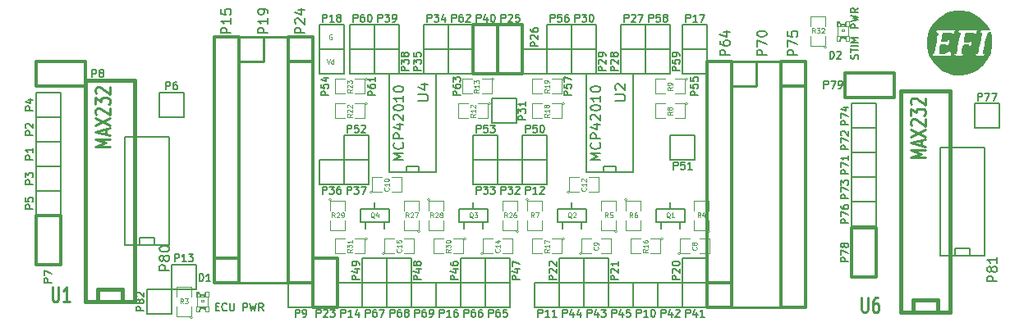
<source format=gto>
G04 (created by PCBNEW (2013-07-07 BZR 4022)-stable) date 02/09/2014 18:49:16*
%MOIN*%
G04 Gerber Fmt 3.4, Leading zero omitted, Abs format*
%FSLAX34Y34*%
G01*
G70*
G90*
G04 APERTURE LIST*
%ADD10C,0.00393701*%
%ADD11C,0.00787402*%
%ADD12C,0.0043*%
%ADD13C,0.01*%
%ADD14C,0.012*%
%ADD15C,0.0026*%
%ADD16C,0.004*%
%ADD17C,0.002*%
%ADD18C,0.0039*%
%ADD19C,0.005*%
%ADD20C,0.008*%
%ADD21C,0.006*%
%ADD22C,0.015*%
%ADD23C,0.0001*%
%ADD24C,0.01125*%
G04 APERTURE END LIST*
G54D10*
G54D11*
X59000Y-29000D02*
X59000Y-29800D01*
X60000Y-30000D02*
X59800Y-30000D01*
G54D12*
X52045Y-24882D02*
X52110Y-25079D01*
X52176Y-24882D01*
X52326Y-25079D02*
X52326Y-24882D01*
X52326Y-25070D02*
X52307Y-25079D01*
X52270Y-25079D01*
X52251Y-25070D01*
X52242Y-25060D01*
X52232Y-25042D01*
X52232Y-24985D01*
X52242Y-24967D01*
X52251Y-24957D01*
X52270Y-24948D01*
X52307Y-24948D01*
X52326Y-24957D01*
G54D11*
X64000Y-25500D02*
X66000Y-25500D01*
X61000Y-25500D02*
X63000Y-25500D01*
X56000Y-25500D02*
X58000Y-25500D01*
X53000Y-25500D02*
X55000Y-25500D01*
X66500Y-33000D02*
X66500Y-33600D01*
X67500Y-33000D02*
X66500Y-33000D01*
X65500Y-35000D02*
X65500Y-34000D01*
X65500Y-34000D02*
X66200Y-34000D01*
X67500Y-34000D02*
X66800Y-34000D01*
X65500Y-35000D02*
X66000Y-35000D01*
X67500Y-35000D02*
X67000Y-35000D01*
X67500Y-33000D02*
X67500Y-35000D01*
X61500Y-34000D02*
X62200Y-34000D01*
X63500Y-34000D02*
X62800Y-34000D01*
X63500Y-35000D02*
X63000Y-35000D01*
X63500Y-33000D02*
X63500Y-35000D01*
X61500Y-33000D02*
X63500Y-33000D01*
X61500Y-35000D02*
X62000Y-35000D01*
X61500Y-33000D02*
X61500Y-35000D01*
X59500Y-34000D02*
X58800Y-34000D01*
X57500Y-34000D02*
X58200Y-34000D01*
X59500Y-35000D02*
X59000Y-35000D01*
X59500Y-33000D02*
X59500Y-35000D01*
X57500Y-33000D02*
X59500Y-33000D01*
X57500Y-35000D02*
X58000Y-35000D01*
X57500Y-33000D02*
X57500Y-35000D01*
X55500Y-34000D02*
X54800Y-34000D01*
X53500Y-34000D02*
X54200Y-34000D01*
X55500Y-35000D02*
X55000Y-35000D01*
X55500Y-33000D02*
X55500Y-35000D01*
X53500Y-33000D02*
X55500Y-33000D01*
X53500Y-35000D02*
X54000Y-35000D01*
X53500Y-33000D02*
X53500Y-35000D01*
X58000Y-29000D02*
X58000Y-29800D01*
X60000Y-29000D02*
X60000Y-30000D01*
X58000Y-29000D02*
X60000Y-29000D01*
G54D12*
X52251Y-23892D02*
X52232Y-23882D01*
X52204Y-23882D01*
X52176Y-23892D01*
X52157Y-23910D01*
X52148Y-23929D01*
X52139Y-23967D01*
X52139Y-23995D01*
X52148Y-24032D01*
X52157Y-24051D01*
X52176Y-24070D01*
X52204Y-24079D01*
X52223Y-24079D01*
X52251Y-24070D01*
X52260Y-24060D01*
X52260Y-23995D01*
X52223Y-23995D01*
G54D13*
X50500Y-34000D02*
X50500Y-24000D01*
X48500Y-25000D02*
X48500Y-34000D01*
X50500Y-34000D02*
X48500Y-34000D01*
X50500Y-24000D02*
X49500Y-24000D01*
X48500Y-24000D02*
X48500Y-25000D01*
X49500Y-24000D02*
X49500Y-25000D01*
X49500Y-25000D02*
X48500Y-25000D01*
X48500Y-24000D02*
X49500Y-24000D01*
X70500Y-35000D02*
X70500Y-25000D01*
X68500Y-26000D02*
X68500Y-35000D01*
X70500Y-35000D02*
X68500Y-35000D01*
X70500Y-25000D02*
X69500Y-25000D01*
X68500Y-25000D02*
X68500Y-26000D01*
X69500Y-25000D02*
X69500Y-26000D01*
X69500Y-26000D02*
X68500Y-26000D01*
X68500Y-25000D02*
X69500Y-25000D01*
G54D14*
X50500Y-24000D02*
X51500Y-24000D01*
X51500Y-24000D02*
X51500Y-34000D01*
X51500Y-34000D02*
X50500Y-34000D01*
X50500Y-34000D02*
X50500Y-24000D01*
X50500Y-25000D02*
X51500Y-25000D01*
X48500Y-34000D02*
X47500Y-34000D01*
X47500Y-34000D02*
X47500Y-24000D01*
X47500Y-24000D02*
X48500Y-24000D01*
X48500Y-24000D02*
X48500Y-34000D01*
X48500Y-33000D02*
X47500Y-33000D01*
X70500Y-25000D02*
X71500Y-25000D01*
X71500Y-25000D02*
X71500Y-35000D01*
X71500Y-35000D02*
X70500Y-35000D01*
X70500Y-35000D02*
X70500Y-25000D01*
X70500Y-26000D02*
X71500Y-26000D01*
X68500Y-35000D02*
X67500Y-35000D01*
X67500Y-35000D02*
X67500Y-25000D01*
X67500Y-25000D02*
X68500Y-25000D01*
X68500Y-25000D02*
X68500Y-35000D01*
X68500Y-34000D02*
X67500Y-34000D01*
X59000Y-25500D02*
X58000Y-25500D01*
X58000Y-25500D02*
X58000Y-23500D01*
X58000Y-23500D02*
X59000Y-23500D01*
X59000Y-23500D02*
X59000Y-25500D01*
G54D15*
X73118Y-23554D02*
X73246Y-23554D01*
X73246Y-23554D02*
X73246Y-23357D01*
X73118Y-23357D02*
X73246Y-23357D01*
X73118Y-23554D02*
X73118Y-23357D01*
X72873Y-23554D02*
X72932Y-23554D01*
X72932Y-23554D02*
X72932Y-23455D01*
X72873Y-23455D02*
X72932Y-23455D01*
X72873Y-23554D02*
X72873Y-23455D01*
X73068Y-23554D02*
X73127Y-23554D01*
X73127Y-23554D02*
X73127Y-23455D01*
X73068Y-23455D02*
X73127Y-23455D01*
X73068Y-23554D02*
X73068Y-23455D01*
X72922Y-23554D02*
X73078Y-23554D01*
X73078Y-23554D02*
X73078Y-23485D01*
X72922Y-23485D02*
X73078Y-23485D01*
X72922Y-23554D02*
X72922Y-23485D01*
X73118Y-24143D02*
X73246Y-24143D01*
X73246Y-24143D02*
X73246Y-23946D01*
X73118Y-23946D02*
X73246Y-23946D01*
X73118Y-24143D02*
X73118Y-23946D01*
X72754Y-24143D02*
X72882Y-24143D01*
X72882Y-24143D02*
X72882Y-23946D01*
X72754Y-23946D02*
X72882Y-23946D01*
X72754Y-24143D02*
X72754Y-23946D01*
X73068Y-24045D02*
X73127Y-24045D01*
X73127Y-24045D02*
X73127Y-23946D01*
X73068Y-23946D02*
X73127Y-23946D01*
X73068Y-24045D02*
X73068Y-23946D01*
X72873Y-24045D02*
X72932Y-24045D01*
X72932Y-24045D02*
X72932Y-23946D01*
X72873Y-23946D02*
X72932Y-23946D01*
X72873Y-24045D02*
X72873Y-23946D01*
X72922Y-24015D02*
X73078Y-24015D01*
X73078Y-24015D02*
X73078Y-23946D01*
X72922Y-23946D02*
X73078Y-23946D01*
X72922Y-24015D02*
X72922Y-23946D01*
X72961Y-23750D02*
X73039Y-23750D01*
X73039Y-23750D02*
X73039Y-23672D01*
X72961Y-23672D02*
X73039Y-23672D01*
X72961Y-23750D02*
X72961Y-23672D01*
X72764Y-23554D02*
X72882Y-23554D01*
X72882Y-23554D02*
X72882Y-23436D01*
X72764Y-23436D02*
X72882Y-23436D01*
X72764Y-23554D02*
X72764Y-23436D01*
X72754Y-23386D02*
X72843Y-23386D01*
X72843Y-23386D02*
X72843Y-23357D01*
X72754Y-23357D02*
X72843Y-23357D01*
X72754Y-23386D02*
X72754Y-23357D01*
G54D16*
X73226Y-23544D02*
X73226Y-23956D01*
X72774Y-23946D02*
X72774Y-23386D01*
G54D17*
X72851Y-23416D02*
G75*
G03X72851Y-23416I-28J0D01*
G74*
G01*
G54D16*
X72863Y-23357D02*
G75*
G03X73137Y-23357I137J0D01*
G74*
G01*
X73137Y-24143D02*
G75*
G03X72863Y-24143I-137J0D01*
G74*
G01*
G54D15*
X47118Y-34554D02*
X47246Y-34554D01*
X47246Y-34554D02*
X47246Y-34357D01*
X47118Y-34357D02*
X47246Y-34357D01*
X47118Y-34554D02*
X47118Y-34357D01*
X46873Y-34554D02*
X46932Y-34554D01*
X46932Y-34554D02*
X46932Y-34455D01*
X46873Y-34455D02*
X46932Y-34455D01*
X46873Y-34554D02*
X46873Y-34455D01*
X47068Y-34554D02*
X47127Y-34554D01*
X47127Y-34554D02*
X47127Y-34455D01*
X47068Y-34455D02*
X47127Y-34455D01*
X47068Y-34554D02*
X47068Y-34455D01*
X46922Y-34554D02*
X47078Y-34554D01*
X47078Y-34554D02*
X47078Y-34485D01*
X46922Y-34485D02*
X47078Y-34485D01*
X46922Y-34554D02*
X46922Y-34485D01*
X47118Y-35143D02*
X47246Y-35143D01*
X47246Y-35143D02*
X47246Y-34946D01*
X47118Y-34946D02*
X47246Y-34946D01*
X47118Y-35143D02*
X47118Y-34946D01*
X46754Y-35143D02*
X46882Y-35143D01*
X46882Y-35143D02*
X46882Y-34946D01*
X46754Y-34946D02*
X46882Y-34946D01*
X46754Y-35143D02*
X46754Y-34946D01*
X47068Y-35045D02*
X47127Y-35045D01*
X47127Y-35045D02*
X47127Y-34946D01*
X47068Y-34946D02*
X47127Y-34946D01*
X47068Y-35045D02*
X47068Y-34946D01*
X46873Y-35045D02*
X46932Y-35045D01*
X46932Y-35045D02*
X46932Y-34946D01*
X46873Y-34946D02*
X46932Y-34946D01*
X46873Y-35045D02*
X46873Y-34946D01*
X46922Y-35015D02*
X47078Y-35015D01*
X47078Y-35015D02*
X47078Y-34946D01*
X46922Y-34946D02*
X47078Y-34946D01*
X46922Y-35015D02*
X46922Y-34946D01*
X46961Y-34750D02*
X47039Y-34750D01*
X47039Y-34750D02*
X47039Y-34672D01*
X46961Y-34672D02*
X47039Y-34672D01*
X46961Y-34750D02*
X46961Y-34672D01*
X46764Y-34554D02*
X46882Y-34554D01*
X46882Y-34554D02*
X46882Y-34436D01*
X46764Y-34436D02*
X46882Y-34436D01*
X46764Y-34554D02*
X46764Y-34436D01*
X46754Y-34386D02*
X46843Y-34386D01*
X46843Y-34386D02*
X46843Y-34357D01*
X46754Y-34357D02*
X46843Y-34357D01*
X46754Y-34386D02*
X46754Y-34357D01*
G54D16*
X47226Y-34544D02*
X47226Y-34956D01*
X46774Y-34946D02*
X46774Y-34386D01*
G54D17*
X46851Y-34416D02*
G75*
G03X46851Y-34416I-28J0D01*
G74*
G01*
G54D16*
X46863Y-34357D02*
G75*
G03X47137Y-34357I137J0D01*
G74*
G01*
X47137Y-35143D02*
G75*
G03X46863Y-35143I-137J0D01*
G74*
G01*
G54D14*
X51500Y-33000D02*
X52500Y-33000D01*
X52500Y-33000D02*
X52500Y-35000D01*
X52500Y-35000D02*
X51500Y-35000D01*
X51500Y-35000D02*
X51500Y-33000D01*
X60000Y-25500D02*
X59000Y-25500D01*
X59000Y-25500D02*
X59000Y-23500D01*
X59000Y-23500D02*
X60000Y-23500D01*
X60000Y-23500D02*
X60000Y-25500D01*
G54D18*
X72350Y-24400D02*
G75*
G03X72350Y-24400I-50J0D01*
G74*
G01*
X72300Y-23950D02*
X72300Y-24350D01*
X72300Y-24350D02*
X71700Y-24350D01*
X71700Y-24350D02*
X71700Y-23950D01*
X71700Y-23550D02*
X71700Y-23150D01*
X71700Y-23150D02*
X72300Y-23150D01*
X72300Y-23150D02*
X72300Y-23550D01*
X46600Y-35400D02*
G75*
G03X46600Y-35400I-50J0D01*
G74*
G01*
X46550Y-34950D02*
X46550Y-35350D01*
X46550Y-35350D02*
X45950Y-35350D01*
X45950Y-35350D02*
X45950Y-34950D01*
X45950Y-34550D02*
X45950Y-34150D01*
X45950Y-34150D02*
X46550Y-34150D01*
X46550Y-34150D02*
X46550Y-34550D01*
X53900Y-30300D02*
G75*
G03X53900Y-30300I-50J0D01*
G74*
G01*
X54300Y-30300D02*
X53900Y-30300D01*
X53900Y-30300D02*
X53900Y-29700D01*
X53900Y-29700D02*
X54300Y-29700D01*
X54700Y-29700D02*
X55100Y-29700D01*
X55100Y-29700D02*
X55100Y-30300D01*
X55100Y-30300D02*
X54700Y-30300D01*
X61900Y-30300D02*
G75*
G03X61900Y-30300I-50J0D01*
G74*
G01*
X62300Y-30300D02*
X61900Y-30300D01*
X61900Y-30300D02*
X61900Y-29700D01*
X61900Y-29700D02*
X62300Y-29700D01*
X62700Y-29700D02*
X63100Y-29700D01*
X63100Y-29700D02*
X63100Y-30300D01*
X63100Y-30300D02*
X62700Y-30300D01*
X66400Y-32800D02*
G75*
G03X66400Y-32800I-50J0D01*
G74*
G01*
X66800Y-32800D02*
X66400Y-32800D01*
X66400Y-32800D02*
X66400Y-32200D01*
X66400Y-32200D02*
X66800Y-32200D01*
X67200Y-32200D02*
X67600Y-32200D01*
X67600Y-32200D02*
X67600Y-32800D01*
X67600Y-32800D02*
X67200Y-32800D01*
X62400Y-32800D02*
G75*
G03X62400Y-32800I-50J0D01*
G74*
G01*
X62800Y-32800D02*
X62400Y-32800D01*
X62400Y-32800D02*
X62400Y-32200D01*
X62400Y-32200D02*
X62800Y-32200D01*
X63200Y-32200D02*
X63600Y-32200D01*
X63600Y-32200D02*
X63600Y-32800D01*
X63600Y-32800D02*
X63200Y-32800D01*
X58400Y-32800D02*
G75*
G03X58400Y-32800I-50J0D01*
G74*
G01*
X58800Y-32800D02*
X58400Y-32800D01*
X58400Y-32800D02*
X58400Y-32200D01*
X58400Y-32200D02*
X58800Y-32200D01*
X59200Y-32200D02*
X59600Y-32200D01*
X59600Y-32200D02*
X59600Y-32800D01*
X59600Y-32800D02*
X59200Y-32800D01*
X54400Y-32800D02*
G75*
G03X54400Y-32800I-50J0D01*
G74*
G01*
X54800Y-32800D02*
X54400Y-32800D01*
X54400Y-32800D02*
X54400Y-32200D01*
X54400Y-32200D02*
X54800Y-32200D01*
X55200Y-32200D02*
X55600Y-32200D01*
X55600Y-32200D02*
X55600Y-32800D01*
X55600Y-32800D02*
X55200Y-32800D01*
G54D19*
X66375Y-31525D02*
X66375Y-31785D01*
X65625Y-31525D02*
X65625Y-31785D01*
X66000Y-30975D02*
X66000Y-30715D01*
X65410Y-30975D02*
X66590Y-30975D01*
X66590Y-30975D02*
X66590Y-31525D01*
X66590Y-31525D02*
X65410Y-31525D01*
X65410Y-31525D02*
X65410Y-30975D01*
X62375Y-31525D02*
X62375Y-31785D01*
X61625Y-31525D02*
X61625Y-31785D01*
X62000Y-30975D02*
X62000Y-30715D01*
X61410Y-30975D02*
X62590Y-30975D01*
X62590Y-30975D02*
X62590Y-31525D01*
X62590Y-31525D02*
X61410Y-31525D01*
X61410Y-31525D02*
X61410Y-30975D01*
X58375Y-31525D02*
X58375Y-31785D01*
X57625Y-31525D02*
X57625Y-31785D01*
X58000Y-30975D02*
X58000Y-30715D01*
X57410Y-30975D02*
X58590Y-30975D01*
X58590Y-30975D02*
X58590Y-31525D01*
X58590Y-31525D02*
X57410Y-31525D01*
X57410Y-31525D02*
X57410Y-30975D01*
X54375Y-31525D02*
X54375Y-31785D01*
X53625Y-31525D02*
X53625Y-31785D01*
X54000Y-30975D02*
X54000Y-30715D01*
X53410Y-30975D02*
X54590Y-30975D01*
X54590Y-30975D02*
X54590Y-31525D01*
X54590Y-31525D02*
X53410Y-31525D01*
X53410Y-31525D02*
X53410Y-30975D01*
G54D18*
X66700Y-26700D02*
G75*
G03X66700Y-26700I-50J0D01*
G74*
G01*
X66200Y-26700D02*
X66600Y-26700D01*
X66600Y-26700D02*
X66600Y-27300D01*
X66600Y-27300D02*
X66200Y-27300D01*
X65800Y-27300D02*
X65400Y-27300D01*
X65400Y-27300D02*
X65400Y-26700D01*
X65400Y-26700D02*
X65800Y-26700D01*
X66700Y-25700D02*
G75*
G03X66700Y-25700I-50J0D01*
G74*
G01*
X66200Y-25700D02*
X66600Y-25700D01*
X66600Y-25700D02*
X66600Y-26300D01*
X66600Y-26300D02*
X66200Y-26300D01*
X65800Y-26300D02*
X65400Y-26300D01*
X65400Y-26300D02*
X65400Y-25700D01*
X65400Y-25700D02*
X65800Y-25700D01*
X58700Y-26700D02*
G75*
G03X58700Y-26700I-50J0D01*
G74*
G01*
X58200Y-26700D02*
X58600Y-26700D01*
X58600Y-26700D02*
X58600Y-27300D01*
X58600Y-27300D02*
X58200Y-27300D01*
X57800Y-27300D02*
X57400Y-27300D01*
X57400Y-27300D02*
X57400Y-26700D01*
X57400Y-26700D02*
X57800Y-26700D01*
X58850Y-25700D02*
G75*
G03X58850Y-25700I-50J0D01*
G74*
G01*
X58350Y-25700D02*
X58750Y-25700D01*
X58750Y-25700D02*
X58750Y-26300D01*
X58750Y-26300D02*
X58350Y-26300D01*
X57950Y-26300D02*
X57550Y-26300D01*
X57550Y-26300D02*
X57550Y-25700D01*
X57550Y-25700D02*
X57950Y-25700D01*
X61700Y-26700D02*
G75*
G03X61700Y-26700I-50J0D01*
G74*
G01*
X61200Y-26700D02*
X61600Y-26700D01*
X61600Y-26700D02*
X61600Y-27300D01*
X61600Y-27300D02*
X61200Y-27300D01*
X60800Y-27300D02*
X60400Y-27300D01*
X60400Y-27300D02*
X60400Y-26700D01*
X60400Y-26700D02*
X60800Y-26700D01*
X61700Y-25700D02*
G75*
G03X61700Y-25700I-50J0D01*
G74*
G01*
X61200Y-25700D02*
X61600Y-25700D01*
X61600Y-25700D02*
X61600Y-26300D01*
X61600Y-26300D02*
X61200Y-26300D01*
X60800Y-26300D02*
X60400Y-26300D01*
X60400Y-26300D02*
X60400Y-25700D01*
X60400Y-25700D02*
X60800Y-25700D01*
X53700Y-26700D02*
G75*
G03X53700Y-26700I-50J0D01*
G74*
G01*
X53200Y-26700D02*
X53600Y-26700D01*
X53600Y-26700D02*
X53600Y-27300D01*
X53600Y-27300D02*
X53200Y-27300D01*
X52800Y-27300D02*
X52400Y-27300D01*
X52400Y-27300D02*
X52400Y-26700D01*
X52400Y-26700D02*
X52800Y-26700D01*
X53700Y-25700D02*
G75*
G03X53700Y-25700I-50J0D01*
G74*
G01*
X53200Y-25700D02*
X53600Y-25700D01*
X53600Y-25700D02*
X53600Y-26300D01*
X53600Y-26300D02*
X53200Y-26300D01*
X52800Y-26300D02*
X52400Y-26300D01*
X52400Y-26300D02*
X52400Y-25700D01*
X52400Y-25700D02*
X52800Y-25700D01*
X67600Y-31900D02*
G75*
G03X67600Y-31900I-50J0D01*
G74*
G01*
X67550Y-31450D02*
X67550Y-31850D01*
X67550Y-31850D02*
X66950Y-31850D01*
X66950Y-31850D02*
X66950Y-31450D01*
X66950Y-31050D02*
X66950Y-30650D01*
X66950Y-30650D02*
X67550Y-30650D01*
X67550Y-30650D02*
X67550Y-31050D01*
X63850Y-31900D02*
G75*
G03X63850Y-31900I-50J0D01*
G74*
G01*
X63800Y-31450D02*
X63800Y-31850D01*
X63800Y-31850D02*
X63200Y-31850D01*
X63200Y-31850D02*
X63200Y-31450D01*
X63200Y-31050D02*
X63200Y-30650D01*
X63200Y-30650D02*
X63800Y-30650D01*
X63800Y-30650D02*
X63800Y-31050D01*
X59850Y-31900D02*
G75*
G03X59850Y-31900I-50J0D01*
G74*
G01*
X59800Y-31450D02*
X59800Y-31850D01*
X59800Y-31850D02*
X59200Y-31850D01*
X59200Y-31850D02*
X59200Y-31450D01*
X59200Y-31050D02*
X59200Y-30650D01*
X59200Y-30650D02*
X59800Y-30650D01*
X59800Y-30650D02*
X59800Y-31050D01*
X55850Y-31900D02*
G75*
G03X55850Y-31900I-50J0D01*
G74*
G01*
X55800Y-31450D02*
X55800Y-31850D01*
X55800Y-31850D02*
X55200Y-31850D01*
X55200Y-31850D02*
X55200Y-31450D01*
X55200Y-31050D02*
X55200Y-30650D01*
X55200Y-30650D02*
X55800Y-30650D01*
X55800Y-30650D02*
X55800Y-31050D01*
X64250Y-30600D02*
G75*
G03X64250Y-30600I-50J0D01*
G74*
G01*
X64200Y-31050D02*
X64200Y-30650D01*
X64200Y-30650D02*
X64800Y-30650D01*
X64800Y-30650D02*
X64800Y-31050D01*
X64800Y-31450D02*
X64800Y-31850D01*
X64800Y-31850D02*
X64200Y-31850D01*
X64200Y-31850D02*
X64200Y-31450D01*
X60250Y-30600D02*
G75*
G03X60250Y-30600I-50J0D01*
G74*
G01*
X60200Y-31050D02*
X60200Y-30650D01*
X60200Y-30650D02*
X60800Y-30650D01*
X60800Y-30650D02*
X60800Y-31050D01*
X60800Y-31450D02*
X60800Y-31850D01*
X60800Y-31850D02*
X60200Y-31850D01*
X60200Y-31850D02*
X60200Y-31450D01*
X56250Y-30600D02*
G75*
G03X56250Y-30600I-50J0D01*
G74*
G01*
X56200Y-31050D02*
X56200Y-30650D01*
X56200Y-30650D02*
X56800Y-30650D01*
X56800Y-30650D02*
X56800Y-31050D01*
X56800Y-31450D02*
X56800Y-31850D01*
X56800Y-31850D02*
X56200Y-31850D01*
X56200Y-31850D02*
X56200Y-31450D01*
X52250Y-30600D02*
G75*
G03X52250Y-30600I-50J0D01*
G74*
G01*
X52200Y-31050D02*
X52200Y-30650D01*
X52200Y-30650D02*
X52800Y-30650D01*
X52800Y-30650D02*
X52800Y-31050D01*
X52800Y-31450D02*
X52800Y-31850D01*
X52800Y-31850D02*
X52200Y-31850D01*
X52200Y-31850D02*
X52200Y-31450D01*
X65700Y-32200D02*
G75*
G03X65700Y-32200I-50J0D01*
G74*
G01*
X65200Y-32200D02*
X65600Y-32200D01*
X65600Y-32200D02*
X65600Y-32800D01*
X65600Y-32800D02*
X65200Y-32800D01*
X64800Y-32800D02*
X64400Y-32800D01*
X64400Y-32800D02*
X64400Y-32200D01*
X64400Y-32200D02*
X64800Y-32200D01*
X61700Y-32200D02*
G75*
G03X61700Y-32200I-50J0D01*
G74*
G01*
X61200Y-32200D02*
X61600Y-32200D01*
X61600Y-32200D02*
X61600Y-32800D01*
X61600Y-32800D02*
X61200Y-32800D01*
X60800Y-32800D02*
X60400Y-32800D01*
X60400Y-32800D02*
X60400Y-32200D01*
X60400Y-32200D02*
X60800Y-32200D01*
X57700Y-32200D02*
G75*
G03X57700Y-32200I-50J0D01*
G74*
G01*
X57200Y-32200D02*
X57600Y-32200D01*
X57600Y-32200D02*
X57600Y-32800D01*
X57600Y-32800D02*
X57200Y-32800D01*
X56800Y-32800D02*
X56400Y-32800D01*
X56400Y-32800D02*
X56400Y-32200D01*
X56400Y-32200D02*
X56800Y-32200D01*
X53700Y-32200D02*
G75*
G03X53700Y-32200I-50J0D01*
G74*
G01*
X53200Y-32200D02*
X53600Y-32200D01*
X53600Y-32200D02*
X53600Y-32800D01*
X53600Y-32800D02*
X53200Y-32800D01*
X52800Y-32800D02*
X52400Y-32800D01*
X52400Y-32800D02*
X52400Y-32200D01*
X52400Y-32200D02*
X52800Y-32200D01*
G54D20*
X62600Y-25500D02*
X64500Y-25500D01*
X64500Y-25500D02*
X64500Y-29500D01*
X64500Y-29500D02*
X62600Y-29500D01*
X62600Y-29500D02*
X62600Y-25500D01*
X63300Y-29500D02*
X63300Y-29250D01*
X63300Y-29250D02*
X63800Y-29250D01*
X63800Y-29250D02*
X63800Y-29500D01*
X54600Y-25500D02*
X56500Y-25500D01*
X56500Y-25500D02*
X56500Y-29500D01*
X56500Y-29500D02*
X54600Y-29500D01*
X54600Y-29500D02*
X54600Y-25500D01*
X55300Y-29500D02*
X55300Y-29250D01*
X55300Y-29250D02*
X55800Y-29250D01*
X55800Y-29250D02*
X55800Y-29500D01*
G54D21*
X46750Y-34250D02*
X45750Y-34250D01*
X45750Y-33250D02*
X46750Y-33250D01*
X45750Y-34250D02*
X45750Y-33250D01*
X46750Y-33250D02*
X46750Y-34250D01*
X74350Y-30700D02*
X74350Y-31700D01*
X73350Y-31700D02*
X73350Y-30700D01*
X74350Y-31700D02*
X73350Y-31700D01*
X73350Y-30700D02*
X74350Y-30700D01*
X79350Y-27700D02*
X78350Y-27700D01*
X78350Y-26700D02*
X79350Y-26700D01*
X78350Y-27700D02*
X78350Y-26700D01*
X79350Y-26700D02*
X79350Y-27700D01*
X74350Y-26700D02*
X74350Y-27700D01*
X73350Y-27700D02*
X73350Y-26700D01*
X74350Y-27700D02*
X73350Y-27700D01*
X73350Y-26700D02*
X74350Y-26700D01*
X74350Y-29700D02*
X74350Y-30700D01*
X73350Y-30700D02*
X73350Y-29700D01*
X74350Y-30700D02*
X73350Y-30700D01*
X73350Y-29700D02*
X74350Y-29700D01*
X74350Y-27700D02*
X74350Y-28700D01*
X73350Y-28700D02*
X73350Y-27700D01*
X74350Y-28700D02*
X73350Y-28700D01*
X73350Y-27700D02*
X74350Y-27700D01*
X74350Y-28700D02*
X74350Y-29700D01*
X73350Y-29700D02*
X73350Y-28700D01*
X74350Y-29700D02*
X73350Y-29700D01*
X73350Y-28700D02*
X74350Y-28700D01*
X41250Y-28250D02*
X41250Y-29250D01*
X40250Y-29250D02*
X40250Y-28250D01*
X41250Y-29250D02*
X40250Y-29250D01*
X40250Y-28250D02*
X41250Y-28250D01*
X41250Y-30250D02*
X41250Y-31250D01*
X40250Y-31250D02*
X40250Y-30250D01*
X41250Y-31250D02*
X40250Y-31250D01*
X40250Y-30250D02*
X41250Y-30250D01*
X46250Y-27250D02*
X45250Y-27250D01*
X45250Y-26250D02*
X46250Y-26250D01*
X45250Y-27250D02*
X45250Y-26250D01*
X46250Y-26250D02*
X46250Y-27250D01*
X41250Y-26250D02*
X41250Y-27250D01*
X40250Y-27250D02*
X40250Y-26250D01*
X41250Y-27250D02*
X40250Y-27250D01*
X40250Y-26250D02*
X41250Y-26250D01*
X41250Y-29250D02*
X41250Y-30250D01*
X40250Y-30250D02*
X40250Y-29250D01*
X41250Y-30250D02*
X40250Y-30250D01*
X40250Y-29250D02*
X41250Y-29250D01*
X41250Y-27250D02*
X41250Y-28250D01*
X40250Y-28250D02*
X40250Y-27250D01*
X41250Y-28250D02*
X40250Y-28250D01*
X40250Y-27250D02*
X41250Y-27250D01*
X52750Y-24500D02*
X51750Y-24500D01*
X51750Y-23500D02*
X52750Y-23500D01*
X51750Y-24500D02*
X51750Y-23500D01*
X52750Y-23500D02*
X52750Y-24500D01*
X60000Y-25500D02*
X60000Y-24500D01*
X61000Y-24500D02*
X61000Y-25500D01*
X60000Y-24500D02*
X61000Y-24500D01*
X61000Y-25500D02*
X60000Y-25500D01*
X65000Y-24500D02*
X64000Y-24500D01*
X64000Y-23500D02*
X65000Y-23500D01*
X64000Y-24500D02*
X64000Y-23500D01*
X65000Y-23500D02*
X65000Y-24500D01*
X65000Y-24500D02*
X65000Y-25500D01*
X64000Y-25500D02*
X64000Y-24500D01*
X65000Y-25500D02*
X64000Y-25500D01*
X64000Y-24500D02*
X65000Y-24500D01*
X62000Y-25500D02*
X62000Y-24500D01*
X63000Y-24500D02*
X63000Y-25500D01*
X62000Y-24500D02*
X63000Y-24500D01*
X63000Y-25500D02*
X62000Y-25500D01*
X63000Y-24500D02*
X62000Y-24500D01*
X62000Y-23500D02*
X63000Y-23500D01*
X62000Y-24500D02*
X62000Y-23500D01*
X63000Y-23500D02*
X63000Y-24500D01*
X57000Y-24500D02*
X56000Y-24500D01*
X56000Y-23500D02*
X57000Y-23500D01*
X56000Y-24500D02*
X56000Y-23500D01*
X57000Y-23500D02*
X57000Y-24500D01*
X57000Y-24500D02*
X57000Y-25500D01*
X56000Y-25500D02*
X56000Y-24500D01*
X57000Y-25500D02*
X56000Y-25500D01*
X56000Y-24500D02*
X57000Y-24500D01*
X61000Y-29000D02*
X60000Y-29000D01*
X60000Y-28000D02*
X61000Y-28000D01*
X60000Y-29000D02*
X60000Y-28000D01*
X61000Y-28000D02*
X61000Y-29000D01*
X66000Y-28000D02*
X67000Y-28000D01*
X67000Y-29000D02*
X66000Y-29000D01*
X67000Y-28000D02*
X67000Y-29000D01*
X66000Y-29000D02*
X66000Y-28000D01*
X53750Y-29000D02*
X52750Y-29000D01*
X52750Y-28000D02*
X53750Y-28000D01*
X52750Y-29000D02*
X52750Y-28000D01*
X53750Y-28000D02*
X53750Y-29000D01*
X51750Y-24500D02*
X52750Y-24500D01*
X52750Y-25500D02*
X51750Y-25500D01*
X52750Y-24500D02*
X52750Y-25500D01*
X51750Y-25500D02*
X51750Y-24500D01*
X62000Y-24500D02*
X61000Y-24500D01*
X61000Y-23500D02*
X62000Y-23500D01*
X61000Y-24500D02*
X61000Y-23500D01*
X62000Y-23500D02*
X62000Y-24500D01*
X62000Y-24500D02*
X62000Y-25500D01*
X61000Y-25500D02*
X61000Y-24500D01*
X62000Y-25500D02*
X61000Y-25500D01*
X61000Y-24500D02*
X62000Y-24500D01*
X66000Y-24500D02*
X65000Y-24500D01*
X65000Y-23500D02*
X66000Y-23500D01*
X65000Y-24500D02*
X65000Y-23500D01*
X66000Y-23500D02*
X66000Y-24500D01*
X65000Y-25500D02*
X65000Y-24500D01*
X66000Y-24500D02*
X66000Y-25500D01*
X65000Y-24500D02*
X66000Y-24500D01*
X66000Y-25500D02*
X65000Y-25500D01*
X54000Y-24500D02*
X53000Y-24500D01*
X53000Y-23500D02*
X54000Y-23500D01*
X53000Y-24500D02*
X53000Y-23500D01*
X54000Y-23500D02*
X54000Y-24500D01*
X53000Y-24500D02*
X54000Y-24500D01*
X54000Y-25500D02*
X53000Y-25500D01*
X54000Y-24500D02*
X54000Y-25500D01*
X53000Y-25500D02*
X53000Y-24500D01*
X67500Y-33000D02*
X67500Y-34000D01*
X66500Y-34000D02*
X66500Y-33000D01*
X67500Y-34000D02*
X66500Y-34000D01*
X66500Y-33000D02*
X67500Y-33000D01*
X62500Y-34000D02*
X62500Y-33000D01*
X63500Y-33000D02*
X63500Y-34000D01*
X62500Y-33000D02*
X63500Y-33000D01*
X63500Y-34000D02*
X62500Y-34000D01*
X62500Y-33000D02*
X62500Y-34000D01*
X61500Y-34000D02*
X61500Y-33000D01*
X62500Y-34000D02*
X61500Y-34000D01*
X61500Y-33000D02*
X62500Y-33000D01*
X58500Y-33000D02*
X58500Y-34000D01*
X57500Y-34000D02*
X57500Y-33000D01*
X58500Y-34000D02*
X57500Y-34000D01*
X57500Y-33000D02*
X58500Y-33000D01*
X58500Y-34000D02*
X58500Y-33000D01*
X59500Y-33000D02*
X59500Y-34000D01*
X58500Y-33000D02*
X59500Y-33000D01*
X59500Y-34000D02*
X58500Y-34000D01*
X54500Y-34000D02*
X54500Y-33000D01*
X55500Y-33000D02*
X55500Y-34000D01*
X54500Y-33000D02*
X55500Y-33000D01*
X55500Y-34000D02*
X54500Y-34000D01*
X54500Y-33000D02*
X54500Y-34000D01*
X53500Y-34000D02*
X53500Y-33000D01*
X54500Y-34000D02*
X53500Y-34000D01*
X53500Y-33000D02*
X54500Y-33000D01*
X66500Y-34000D02*
X67500Y-34000D01*
X67500Y-35000D02*
X66500Y-35000D01*
X67500Y-34000D02*
X67500Y-35000D01*
X66500Y-35000D02*
X66500Y-34000D01*
X65500Y-34000D02*
X66500Y-34000D01*
X66500Y-35000D02*
X65500Y-35000D01*
X66500Y-34000D02*
X66500Y-35000D01*
X65500Y-35000D02*
X65500Y-34000D01*
X62500Y-34000D02*
X63500Y-34000D01*
X63500Y-35000D02*
X62500Y-35000D01*
X63500Y-34000D02*
X63500Y-35000D01*
X62500Y-35000D02*
X62500Y-34000D01*
X61500Y-34000D02*
X62500Y-34000D01*
X62500Y-35000D02*
X61500Y-35000D01*
X62500Y-34000D02*
X62500Y-35000D01*
X61500Y-35000D02*
X61500Y-34000D01*
X58500Y-34000D02*
X59500Y-34000D01*
X59500Y-35000D02*
X58500Y-35000D01*
X59500Y-34000D02*
X59500Y-35000D01*
X58500Y-35000D02*
X58500Y-34000D01*
X57500Y-34000D02*
X58500Y-34000D01*
X58500Y-35000D02*
X57500Y-35000D01*
X58500Y-34000D02*
X58500Y-35000D01*
X57500Y-35000D02*
X57500Y-34000D01*
X53500Y-34000D02*
X54500Y-34000D01*
X54500Y-35000D02*
X53500Y-35000D01*
X54500Y-34000D02*
X54500Y-35000D01*
X53500Y-35000D02*
X53500Y-34000D01*
X54500Y-34000D02*
X55500Y-34000D01*
X55500Y-35000D02*
X54500Y-35000D01*
X55500Y-34000D02*
X55500Y-35000D01*
X54500Y-35000D02*
X54500Y-34000D01*
X63500Y-34000D02*
X64500Y-34000D01*
X64500Y-35000D02*
X63500Y-35000D01*
X64500Y-34000D02*
X64500Y-35000D01*
X63500Y-35000D02*
X63500Y-34000D01*
X50500Y-34000D02*
X51500Y-34000D01*
X51500Y-35000D02*
X50500Y-35000D01*
X51500Y-34000D02*
X51500Y-35000D01*
X50500Y-35000D02*
X50500Y-34000D01*
X64500Y-34000D02*
X65500Y-34000D01*
X65500Y-35000D02*
X64500Y-35000D01*
X65500Y-34000D02*
X65500Y-35000D01*
X64500Y-35000D02*
X64500Y-34000D01*
X60500Y-34000D02*
X61500Y-34000D01*
X61500Y-35000D02*
X60500Y-35000D01*
X61500Y-34000D02*
X61500Y-35000D01*
X60500Y-35000D02*
X60500Y-34000D01*
X60000Y-29000D02*
X61000Y-29000D01*
X61000Y-30000D02*
X60000Y-30000D01*
X61000Y-29000D02*
X61000Y-30000D01*
X60000Y-30000D02*
X60000Y-29000D01*
X52500Y-34000D02*
X53500Y-34000D01*
X53500Y-35000D02*
X52500Y-35000D01*
X53500Y-34000D02*
X53500Y-35000D01*
X52500Y-35000D02*
X52500Y-34000D01*
X56500Y-34000D02*
X57500Y-34000D01*
X57500Y-35000D02*
X56500Y-35000D01*
X57500Y-34000D02*
X57500Y-35000D01*
X56500Y-35000D02*
X56500Y-34000D01*
X67500Y-24500D02*
X66500Y-24500D01*
X66500Y-23500D02*
X67500Y-23500D01*
X66500Y-24500D02*
X66500Y-23500D01*
X67500Y-23500D02*
X67500Y-24500D01*
X58000Y-29000D02*
X59000Y-29000D01*
X59000Y-30000D02*
X58000Y-30000D01*
X59000Y-29000D02*
X59000Y-30000D01*
X58000Y-30000D02*
X58000Y-29000D01*
X52750Y-29000D02*
X53750Y-29000D01*
X53750Y-30000D02*
X52750Y-30000D01*
X53750Y-29000D02*
X53750Y-30000D01*
X52750Y-30000D02*
X52750Y-29000D01*
X54000Y-25500D02*
X54000Y-24500D01*
X55000Y-24500D02*
X55000Y-25500D01*
X54000Y-24500D02*
X55000Y-24500D01*
X55000Y-25500D02*
X54000Y-25500D01*
X55000Y-24500D02*
X54000Y-24500D01*
X54000Y-23500D02*
X55000Y-23500D01*
X54000Y-24500D02*
X54000Y-23500D01*
X55000Y-23500D02*
X55000Y-24500D01*
X59000Y-29000D02*
X58000Y-29000D01*
X58000Y-28000D02*
X59000Y-28000D01*
X58000Y-29000D02*
X58000Y-28000D01*
X59000Y-28000D02*
X59000Y-29000D01*
X58000Y-24500D02*
X57000Y-24500D01*
X57000Y-23500D02*
X58000Y-23500D01*
X57000Y-24500D02*
X57000Y-23500D01*
X58000Y-23500D02*
X58000Y-24500D01*
X57000Y-24500D02*
X58000Y-24500D01*
X58000Y-25500D02*
X57000Y-25500D01*
X58000Y-24500D02*
X58000Y-25500D01*
X57000Y-25500D02*
X57000Y-24500D01*
X58750Y-27500D02*
X58750Y-26500D01*
X59750Y-26500D02*
X59750Y-27500D01*
X58750Y-26500D02*
X59750Y-26500D01*
X59750Y-27500D02*
X58750Y-27500D01*
X66500Y-25500D02*
X66500Y-24500D01*
X67500Y-24500D02*
X67500Y-25500D01*
X66500Y-24500D02*
X67500Y-24500D01*
X67500Y-25500D02*
X66500Y-25500D01*
X55500Y-34000D02*
X56500Y-34000D01*
X56500Y-35000D02*
X55500Y-35000D01*
X56500Y-34000D02*
X56500Y-35000D01*
X55500Y-35000D02*
X55500Y-34000D01*
X59000Y-29000D02*
X60000Y-29000D01*
X60000Y-30000D02*
X59000Y-30000D01*
X60000Y-29000D02*
X60000Y-30000D01*
X59000Y-30000D02*
X59000Y-29000D01*
X51750Y-29000D02*
X52750Y-29000D01*
X52750Y-30000D02*
X51750Y-30000D01*
X52750Y-29000D02*
X52750Y-30000D01*
X51750Y-30000D02*
X51750Y-29000D01*
G54D14*
X41250Y-33250D02*
X40250Y-33250D01*
X40250Y-33250D02*
X40250Y-31250D01*
X40250Y-31250D02*
X41250Y-31250D01*
X41250Y-31250D02*
X41250Y-33250D01*
X75100Y-25450D02*
X75100Y-26450D01*
X75100Y-26450D02*
X73100Y-26450D01*
X73100Y-26450D02*
X73100Y-25450D01*
X73100Y-25450D02*
X75100Y-25450D01*
X73350Y-31750D02*
X74350Y-31750D01*
X74350Y-31750D02*
X74350Y-33750D01*
X74350Y-33750D02*
X73350Y-33750D01*
X73350Y-33750D02*
X73350Y-31750D01*
X40250Y-26000D02*
X40250Y-25000D01*
X40250Y-25000D02*
X42250Y-25000D01*
X42250Y-25000D02*
X42250Y-26000D01*
X42250Y-26000D02*
X40250Y-26000D01*
G54D22*
X75850Y-35200D02*
X75850Y-35200D01*
X75850Y-35200D02*
X75850Y-34700D01*
X75850Y-34700D02*
X76850Y-34700D01*
X76850Y-34700D02*
X76850Y-35200D01*
X75350Y-35200D02*
X75350Y-26200D01*
X75350Y-26200D02*
X77350Y-26200D01*
X77350Y-26200D02*
X77350Y-35200D01*
X77350Y-35200D02*
X75350Y-35200D01*
X42750Y-34750D02*
X42750Y-34750D01*
X42750Y-34750D02*
X42750Y-34250D01*
X42750Y-34250D02*
X43750Y-34250D01*
X43750Y-34250D02*
X43750Y-34750D01*
X42250Y-34750D02*
X42250Y-25750D01*
X42250Y-25750D02*
X44250Y-25750D01*
X44250Y-25750D02*
X44250Y-34750D01*
X44250Y-34750D02*
X42250Y-34750D01*
G54D20*
X44450Y-32450D02*
X44450Y-32150D01*
X44450Y-32150D02*
X45050Y-32150D01*
X45050Y-32150D02*
X45050Y-32450D01*
X43850Y-28050D02*
X45650Y-28050D01*
X45650Y-28050D02*
X45650Y-32450D01*
X45650Y-32450D02*
X43850Y-32450D01*
X43850Y-32450D02*
X43850Y-28050D01*
X77550Y-32900D02*
X77550Y-32600D01*
X77550Y-32600D02*
X78150Y-32600D01*
X78150Y-32600D02*
X78150Y-32900D01*
X76950Y-28500D02*
X78750Y-28500D01*
X78750Y-28500D02*
X78750Y-32900D01*
X78750Y-32900D02*
X76950Y-32900D01*
X76950Y-32900D02*
X76950Y-28500D01*
G54D23*
G36*
X79070Y-24094D02*
X79069Y-24368D01*
X79008Y-24640D01*
X78890Y-24897D01*
X78721Y-25124D01*
X78661Y-25186D01*
X78459Y-25350D01*
X78252Y-25459D01*
X78021Y-25520D01*
X77800Y-25539D01*
X77566Y-25537D01*
X77385Y-25510D01*
X77334Y-25496D01*
X77067Y-25377D01*
X76836Y-25202D01*
X76640Y-24971D01*
X76526Y-24780D01*
X76484Y-24694D01*
X76457Y-24616D01*
X76442Y-24529D01*
X76435Y-24415D01*
X76433Y-24254D01*
X76433Y-24233D01*
X76435Y-24066D01*
X76441Y-23946D01*
X76456Y-23855D01*
X76482Y-23773D01*
X76523Y-23682D01*
X76529Y-23672D01*
X76660Y-23464D01*
X76838Y-23268D01*
X77042Y-23106D01*
X77169Y-23032D01*
X77263Y-22989D01*
X77344Y-22960D01*
X77433Y-22944D01*
X77547Y-22936D01*
X77707Y-22934D01*
X77734Y-22934D01*
X77899Y-22935D01*
X78018Y-22941D01*
X78108Y-22955D01*
X78190Y-22981D01*
X78283Y-23023D01*
X78317Y-23040D01*
X78528Y-23173D01*
X78726Y-23349D01*
X78887Y-23548D01*
X78914Y-23592D01*
X78989Y-23717D01*
X78789Y-23717D01*
X78666Y-23722D01*
X78596Y-23740D01*
X78571Y-23766D01*
X78577Y-23809D01*
X78605Y-23816D01*
X78641Y-23833D01*
X78642Y-23893D01*
X78639Y-23908D01*
X78625Y-23980D01*
X78604Y-24098D01*
X78577Y-24243D01*
X78562Y-24330D01*
X78531Y-24488D01*
X78504Y-24591D01*
X78477Y-24650D01*
X78447Y-24674D01*
X78443Y-24675D01*
X78438Y-24677D01*
X78438Y-23717D01*
X78061Y-23717D01*
X77894Y-23718D01*
X77783Y-23723D01*
X77718Y-23733D01*
X77689Y-23749D01*
X77683Y-23767D01*
X77710Y-23811D01*
X77733Y-23817D01*
X77756Y-23815D01*
X77771Y-23818D01*
X77777Y-23835D01*
X77774Y-23876D01*
X77760Y-23953D01*
X77736Y-24074D01*
X77700Y-24250D01*
X77668Y-24406D01*
X77642Y-24537D01*
X77624Y-24629D01*
X77617Y-24670D01*
X77617Y-24671D01*
X77589Y-24682D01*
X77567Y-24683D01*
X77538Y-24694D01*
X77538Y-23717D01*
X77161Y-23717D01*
X76994Y-23718D01*
X76883Y-23723D01*
X76818Y-23733D01*
X76789Y-23749D01*
X76783Y-23767D01*
X76810Y-23810D01*
X76835Y-23817D01*
X76873Y-23839D01*
X76871Y-23875D01*
X76858Y-23930D01*
X76835Y-24035D01*
X76807Y-24173D01*
X76780Y-24308D01*
X76740Y-24496D01*
X76704Y-24620D01*
X76674Y-24678D01*
X76664Y-24683D01*
X76609Y-24706D01*
X76600Y-24717D01*
X76622Y-24732D01*
X76707Y-24743D01*
X76853Y-24749D01*
X76981Y-24750D01*
X77383Y-24750D01*
X77383Y-24650D01*
X77368Y-24570D01*
X77333Y-24550D01*
X77289Y-24575D01*
X77283Y-24597D01*
X77254Y-24624D01*
X77181Y-24651D01*
X77089Y-24672D01*
X77000Y-24683D01*
X76938Y-24678D01*
X76927Y-24671D01*
X76921Y-24631D01*
X76924Y-24545D01*
X76932Y-24468D01*
X76955Y-24283D01*
X77086Y-24283D01*
X77168Y-24291D01*
X77214Y-24312D01*
X77217Y-24319D01*
X77230Y-24352D01*
X77260Y-24338D01*
X77295Y-24291D01*
X77320Y-24223D01*
X77320Y-24222D01*
X77327Y-24146D01*
X77305Y-24117D01*
X77296Y-24117D01*
X77254Y-24136D01*
X77250Y-24150D01*
X77220Y-24171D01*
X77147Y-24183D01*
X77122Y-24183D01*
X76995Y-24183D01*
X77028Y-24000D01*
X77061Y-23816D01*
X77259Y-23817D01*
X77370Y-23819D01*
X77427Y-23830D01*
X77441Y-23853D01*
X77438Y-23867D01*
X77442Y-23910D01*
X77464Y-23917D01*
X77500Y-23887D01*
X77523Y-23818D01*
X77524Y-23817D01*
X77538Y-23717D01*
X77538Y-24694D01*
X77522Y-24701D01*
X77517Y-24717D01*
X77547Y-24734D01*
X77626Y-24746D01*
X77717Y-24750D01*
X77823Y-24745D01*
X77895Y-24732D01*
X77917Y-24717D01*
X77889Y-24688D01*
X77863Y-24683D01*
X77831Y-24673D01*
X77821Y-24631D01*
X77830Y-24542D01*
X77832Y-24529D01*
X77850Y-24426D01*
X77867Y-24348D01*
X77873Y-24329D01*
X77911Y-24301D01*
X77980Y-24285D01*
X78055Y-24285D01*
X78107Y-24300D01*
X78117Y-24317D01*
X78133Y-24352D01*
X78170Y-24345D01*
X78209Y-24304D01*
X78226Y-24258D01*
X78234Y-24174D01*
X78214Y-24150D01*
X78176Y-24177D01*
X78117Y-24204D01*
X78029Y-24216D01*
X78022Y-24217D01*
X77908Y-24217D01*
X77931Y-24043D01*
X77947Y-23940D01*
X77963Y-23865D01*
X77970Y-23843D01*
X78010Y-23829D01*
X78096Y-23819D01*
X78172Y-23817D01*
X78278Y-23820D01*
X78330Y-23832D01*
X78341Y-23856D01*
X78338Y-23866D01*
X78342Y-23910D01*
X78364Y-23917D01*
X78400Y-23887D01*
X78423Y-23818D01*
X78424Y-23817D01*
X78438Y-23717D01*
X78438Y-24677D01*
X78386Y-24699D01*
X78389Y-24722D01*
X78444Y-24740D01*
X78545Y-24749D01*
X78583Y-24750D01*
X78690Y-24745D01*
X78762Y-24732D01*
X78783Y-24717D01*
X78756Y-24687D01*
X78733Y-24683D01*
X78709Y-24681D01*
X78694Y-24669D01*
X78690Y-24637D01*
X78696Y-24574D01*
X78713Y-24471D01*
X78743Y-24318D01*
X78763Y-24218D01*
X78804Y-24028D01*
X78842Y-23898D01*
X78874Y-23831D01*
X78886Y-23822D01*
X78944Y-23785D01*
X78956Y-23771D01*
X78981Y-23768D01*
X79010Y-23820D01*
X79039Y-23915D01*
X79063Y-24040D01*
X79070Y-24094D01*
X79070Y-24094D01*
X79070Y-24094D01*
G37*
G54D21*
X45750Y-34250D02*
X45750Y-35250D01*
X44750Y-35250D02*
X44750Y-34250D01*
X45750Y-35250D02*
X44750Y-35250D01*
X44750Y-34250D02*
X45750Y-34250D01*
G54D19*
X49661Y-23835D02*
X49261Y-23835D01*
X49261Y-23683D01*
X49280Y-23645D01*
X49300Y-23626D01*
X49338Y-23607D01*
X49395Y-23607D01*
X49433Y-23626D01*
X49452Y-23645D01*
X49471Y-23683D01*
X49471Y-23835D01*
X49661Y-23226D02*
X49661Y-23454D01*
X49661Y-23340D02*
X49261Y-23340D01*
X49319Y-23378D01*
X49357Y-23416D01*
X49376Y-23454D01*
X49661Y-23035D02*
X49661Y-22959D01*
X49642Y-22921D01*
X49623Y-22902D01*
X49566Y-22864D01*
X49490Y-22845D01*
X49338Y-22845D01*
X49300Y-22864D01*
X49280Y-22883D01*
X49261Y-22921D01*
X49261Y-22997D01*
X49280Y-23035D01*
X49300Y-23054D01*
X49338Y-23073D01*
X49433Y-23073D01*
X49471Y-23054D01*
X49490Y-23035D01*
X49509Y-22997D01*
X49509Y-22921D01*
X49490Y-22883D01*
X49471Y-22864D01*
X49433Y-22845D01*
X69911Y-24735D02*
X69511Y-24735D01*
X69511Y-24583D01*
X69530Y-24545D01*
X69550Y-24526D01*
X69588Y-24507D01*
X69645Y-24507D01*
X69683Y-24526D01*
X69702Y-24545D01*
X69721Y-24583D01*
X69721Y-24735D01*
X69511Y-24373D02*
X69511Y-24107D01*
X69911Y-24278D01*
X69511Y-23878D02*
X69511Y-23840D01*
X69530Y-23802D01*
X69550Y-23783D01*
X69588Y-23764D01*
X69664Y-23745D01*
X69759Y-23745D01*
X69835Y-23764D01*
X69873Y-23783D01*
X69892Y-23802D01*
X69911Y-23840D01*
X69911Y-23878D01*
X69892Y-23916D01*
X69873Y-23935D01*
X69835Y-23954D01*
X69759Y-23973D01*
X69664Y-23973D01*
X69588Y-23954D01*
X69550Y-23935D01*
X69530Y-23916D01*
X69511Y-23878D01*
X51161Y-23835D02*
X50761Y-23835D01*
X50761Y-23683D01*
X50780Y-23645D01*
X50800Y-23626D01*
X50838Y-23607D01*
X50895Y-23607D01*
X50933Y-23626D01*
X50952Y-23645D01*
X50971Y-23683D01*
X50971Y-23835D01*
X50800Y-23454D02*
X50780Y-23435D01*
X50761Y-23397D01*
X50761Y-23302D01*
X50780Y-23264D01*
X50800Y-23245D01*
X50838Y-23226D01*
X50876Y-23226D01*
X50933Y-23245D01*
X51161Y-23473D01*
X51161Y-23226D01*
X50895Y-22883D02*
X51161Y-22883D01*
X50742Y-22978D02*
X51028Y-23073D01*
X51028Y-22826D01*
X48161Y-23835D02*
X47761Y-23835D01*
X47761Y-23683D01*
X47780Y-23645D01*
X47800Y-23626D01*
X47838Y-23607D01*
X47895Y-23607D01*
X47933Y-23626D01*
X47952Y-23645D01*
X47971Y-23683D01*
X47971Y-23835D01*
X48161Y-23226D02*
X48161Y-23454D01*
X48161Y-23340D02*
X47761Y-23340D01*
X47819Y-23378D01*
X47857Y-23416D01*
X47876Y-23454D01*
X47761Y-22864D02*
X47761Y-23054D01*
X47952Y-23073D01*
X47933Y-23054D01*
X47914Y-23016D01*
X47914Y-22921D01*
X47933Y-22883D01*
X47952Y-22864D01*
X47990Y-22845D01*
X48085Y-22845D01*
X48123Y-22864D01*
X48142Y-22883D01*
X48161Y-22921D01*
X48161Y-23016D01*
X48142Y-23054D01*
X48123Y-23073D01*
X71161Y-24735D02*
X70761Y-24735D01*
X70761Y-24583D01*
X70780Y-24545D01*
X70800Y-24526D01*
X70838Y-24507D01*
X70895Y-24507D01*
X70933Y-24526D01*
X70952Y-24545D01*
X70971Y-24583D01*
X70971Y-24735D01*
X70761Y-24373D02*
X70761Y-24107D01*
X71161Y-24278D01*
X70761Y-23764D02*
X70761Y-23954D01*
X70952Y-23973D01*
X70933Y-23954D01*
X70914Y-23916D01*
X70914Y-23821D01*
X70933Y-23783D01*
X70952Y-23764D01*
X70990Y-23745D01*
X71085Y-23745D01*
X71123Y-23764D01*
X71142Y-23783D01*
X71161Y-23821D01*
X71161Y-23916D01*
X71142Y-23954D01*
X71123Y-23973D01*
X68411Y-24735D02*
X68011Y-24735D01*
X68011Y-24583D01*
X68030Y-24545D01*
X68050Y-24526D01*
X68088Y-24507D01*
X68145Y-24507D01*
X68183Y-24526D01*
X68202Y-24545D01*
X68221Y-24583D01*
X68221Y-24735D01*
X68011Y-24164D02*
X68011Y-24240D01*
X68030Y-24278D01*
X68050Y-24297D01*
X68107Y-24335D01*
X68183Y-24354D01*
X68335Y-24354D01*
X68373Y-24335D01*
X68392Y-24316D01*
X68411Y-24278D01*
X68411Y-24202D01*
X68392Y-24164D01*
X68373Y-24145D01*
X68335Y-24126D01*
X68240Y-24126D01*
X68202Y-24145D01*
X68183Y-24164D01*
X68164Y-24202D01*
X68164Y-24278D01*
X68183Y-24316D01*
X68202Y-24335D01*
X68240Y-24354D01*
X68145Y-23783D02*
X68411Y-23783D01*
X67992Y-23878D02*
X68278Y-23973D01*
X68278Y-23726D01*
G54D21*
X58135Y-23371D02*
X58135Y-23071D01*
X58250Y-23071D01*
X58278Y-23085D01*
X58292Y-23100D01*
X58307Y-23128D01*
X58307Y-23171D01*
X58292Y-23200D01*
X58278Y-23214D01*
X58250Y-23228D01*
X58135Y-23228D01*
X58564Y-23171D02*
X58564Y-23371D01*
X58492Y-23057D02*
X58421Y-23271D01*
X58607Y-23271D01*
X58778Y-23071D02*
X58807Y-23071D01*
X58835Y-23085D01*
X58850Y-23100D01*
X58864Y-23128D01*
X58878Y-23185D01*
X58878Y-23257D01*
X58864Y-23314D01*
X58850Y-23342D01*
X58835Y-23357D01*
X58807Y-23371D01*
X58778Y-23371D01*
X58750Y-23357D01*
X58735Y-23342D01*
X58721Y-23314D01*
X58707Y-23257D01*
X58707Y-23185D01*
X58721Y-23128D01*
X58735Y-23100D01*
X58750Y-23085D01*
X58778Y-23071D01*
G54D19*
X72478Y-24871D02*
X72478Y-24571D01*
X72550Y-24571D01*
X72592Y-24585D01*
X72621Y-24614D01*
X72635Y-24642D01*
X72650Y-24700D01*
X72650Y-24742D01*
X72635Y-24800D01*
X72621Y-24828D01*
X72592Y-24857D01*
X72550Y-24871D01*
X72478Y-24871D01*
X72764Y-24600D02*
X72778Y-24585D01*
X72807Y-24571D01*
X72878Y-24571D01*
X72907Y-24585D01*
X72921Y-24600D01*
X72935Y-24628D01*
X72935Y-24657D01*
X72921Y-24700D01*
X72750Y-24871D01*
X72935Y-24871D01*
X73607Y-24878D02*
X73621Y-24835D01*
X73621Y-24764D01*
X73607Y-24735D01*
X73592Y-24721D01*
X73564Y-24707D01*
X73535Y-24707D01*
X73507Y-24721D01*
X73492Y-24735D01*
X73478Y-24764D01*
X73464Y-24821D01*
X73450Y-24849D01*
X73435Y-24864D01*
X73407Y-24878D01*
X73378Y-24878D01*
X73350Y-24864D01*
X73335Y-24849D01*
X73321Y-24821D01*
X73321Y-24749D01*
X73335Y-24707D01*
X73321Y-24621D02*
X73321Y-24449D01*
X73621Y-24535D02*
X73321Y-24535D01*
X73621Y-24349D02*
X73321Y-24349D01*
X73621Y-24207D02*
X73321Y-24207D01*
X73535Y-24107D01*
X73321Y-24007D01*
X73621Y-24007D01*
X73621Y-23635D02*
X73321Y-23635D01*
X73321Y-23521D01*
X73335Y-23492D01*
X73350Y-23478D01*
X73378Y-23464D01*
X73421Y-23464D01*
X73450Y-23478D01*
X73464Y-23492D01*
X73478Y-23521D01*
X73478Y-23635D01*
X73321Y-23364D02*
X73621Y-23292D01*
X73407Y-23235D01*
X73621Y-23178D01*
X73321Y-23107D01*
X73621Y-22821D02*
X73478Y-22921D01*
X73621Y-22992D02*
X73321Y-22992D01*
X73321Y-22878D01*
X73335Y-22850D01*
X73350Y-22835D01*
X73378Y-22821D01*
X73421Y-22821D01*
X73450Y-22835D01*
X73464Y-22850D01*
X73478Y-22878D01*
X73478Y-22992D01*
X46878Y-33921D02*
X46878Y-33621D01*
X46950Y-33621D01*
X46992Y-33635D01*
X47021Y-33664D01*
X47035Y-33692D01*
X47050Y-33750D01*
X47050Y-33792D01*
X47035Y-33850D01*
X47021Y-33878D01*
X46992Y-33907D01*
X46950Y-33921D01*
X46878Y-33921D01*
X47335Y-33921D02*
X47164Y-33921D01*
X47250Y-33921D02*
X47250Y-33621D01*
X47221Y-33664D01*
X47192Y-33692D01*
X47164Y-33707D01*
X47542Y-34964D02*
X47642Y-34964D01*
X47685Y-35121D02*
X47542Y-35121D01*
X47542Y-34821D01*
X47685Y-34821D01*
X47985Y-35092D02*
X47971Y-35107D01*
X47928Y-35121D01*
X47900Y-35121D01*
X47857Y-35107D01*
X47828Y-35078D01*
X47814Y-35050D01*
X47800Y-34992D01*
X47800Y-34950D01*
X47814Y-34892D01*
X47828Y-34864D01*
X47857Y-34835D01*
X47900Y-34821D01*
X47928Y-34821D01*
X47971Y-34835D01*
X47985Y-34850D01*
X48114Y-34821D02*
X48114Y-35064D01*
X48128Y-35092D01*
X48142Y-35107D01*
X48171Y-35121D01*
X48228Y-35121D01*
X48257Y-35107D01*
X48271Y-35092D01*
X48285Y-35064D01*
X48285Y-34821D01*
X48657Y-35121D02*
X48657Y-34821D01*
X48771Y-34821D01*
X48800Y-34835D01*
X48814Y-34850D01*
X48828Y-34878D01*
X48828Y-34921D01*
X48814Y-34950D01*
X48800Y-34964D01*
X48771Y-34978D01*
X48657Y-34978D01*
X48928Y-34821D02*
X49000Y-35121D01*
X49057Y-34907D01*
X49114Y-35121D01*
X49185Y-34821D01*
X49471Y-35121D02*
X49371Y-34978D01*
X49300Y-35121D02*
X49300Y-34821D01*
X49414Y-34821D01*
X49442Y-34835D01*
X49457Y-34850D01*
X49471Y-34878D01*
X49471Y-34921D01*
X49457Y-34950D01*
X49442Y-34964D01*
X49414Y-34978D01*
X49300Y-34978D01*
G54D21*
X51635Y-35371D02*
X51635Y-35071D01*
X51750Y-35071D01*
X51778Y-35085D01*
X51792Y-35100D01*
X51807Y-35128D01*
X51807Y-35171D01*
X51792Y-35200D01*
X51778Y-35214D01*
X51750Y-35228D01*
X51635Y-35228D01*
X51921Y-35100D02*
X51935Y-35085D01*
X51964Y-35071D01*
X52035Y-35071D01*
X52064Y-35085D01*
X52078Y-35100D01*
X52092Y-35128D01*
X52092Y-35157D01*
X52078Y-35200D01*
X51907Y-35371D01*
X52092Y-35371D01*
X52192Y-35071D02*
X52378Y-35071D01*
X52278Y-35185D01*
X52321Y-35185D01*
X52350Y-35200D01*
X52364Y-35214D01*
X52378Y-35242D01*
X52378Y-35314D01*
X52364Y-35342D01*
X52350Y-35357D01*
X52321Y-35371D01*
X52235Y-35371D01*
X52207Y-35357D01*
X52192Y-35342D01*
X59135Y-23371D02*
X59135Y-23071D01*
X59250Y-23071D01*
X59278Y-23085D01*
X59292Y-23100D01*
X59307Y-23128D01*
X59307Y-23171D01*
X59292Y-23200D01*
X59278Y-23214D01*
X59250Y-23228D01*
X59135Y-23228D01*
X59421Y-23100D02*
X59435Y-23085D01*
X59464Y-23071D01*
X59535Y-23071D01*
X59564Y-23085D01*
X59578Y-23100D01*
X59592Y-23128D01*
X59592Y-23157D01*
X59578Y-23200D01*
X59407Y-23371D01*
X59592Y-23371D01*
X59864Y-23071D02*
X59721Y-23071D01*
X59707Y-23214D01*
X59721Y-23200D01*
X59750Y-23185D01*
X59821Y-23185D01*
X59850Y-23200D01*
X59864Y-23214D01*
X59878Y-23242D01*
X59878Y-23314D01*
X59864Y-23342D01*
X59850Y-23357D01*
X59821Y-23371D01*
X59750Y-23371D01*
X59721Y-23357D01*
X59707Y-23342D01*
G54D12*
X71873Y-23829D02*
X71807Y-23735D01*
X71760Y-23829D02*
X71760Y-23632D01*
X71835Y-23632D01*
X71854Y-23642D01*
X71863Y-23651D01*
X71873Y-23670D01*
X71873Y-23698D01*
X71863Y-23717D01*
X71854Y-23726D01*
X71835Y-23735D01*
X71760Y-23735D01*
X71939Y-23632D02*
X72060Y-23632D01*
X71995Y-23707D01*
X72023Y-23707D01*
X72042Y-23717D01*
X72051Y-23726D01*
X72060Y-23745D01*
X72060Y-23792D01*
X72051Y-23810D01*
X72042Y-23820D01*
X72023Y-23829D01*
X71967Y-23829D01*
X71948Y-23820D01*
X71939Y-23810D01*
X72136Y-23651D02*
X72145Y-23642D01*
X72164Y-23632D01*
X72211Y-23632D01*
X72229Y-23642D01*
X72239Y-23651D01*
X72248Y-23670D01*
X72248Y-23689D01*
X72239Y-23717D01*
X72126Y-23829D01*
X72248Y-23829D01*
X46217Y-34829D02*
X46151Y-34735D01*
X46104Y-34829D02*
X46104Y-34632D01*
X46179Y-34632D01*
X46198Y-34642D01*
X46207Y-34651D01*
X46217Y-34670D01*
X46217Y-34698D01*
X46207Y-34717D01*
X46198Y-34726D01*
X46179Y-34735D01*
X46104Y-34735D01*
X46282Y-34632D02*
X46404Y-34632D01*
X46339Y-34707D01*
X46367Y-34707D01*
X46386Y-34717D01*
X46395Y-34726D01*
X46404Y-34745D01*
X46404Y-34792D01*
X46395Y-34810D01*
X46386Y-34820D01*
X46367Y-34829D01*
X46310Y-34829D01*
X46292Y-34820D01*
X46282Y-34810D01*
X54560Y-30126D02*
X54570Y-30136D01*
X54579Y-30164D01*
X54579Y-30182D01*
X54570Y-30211D01*
X54551Y-30229D01*
X54532Y-30239D01*
X54495Y-30248D01*
X54467Y-30248D01*
X54429Y-30239D01*
X54410Y-30229D01*
X54392Y-30211D01*
X54382Y-30182D01*
X54382Y-30164D01*
X54392Y-30136D01*
X54401Y-30126D01*
X54579Y-29939D02*
X54579Y-30051D01*
X54579Y-29995D02*
X54382Y-29995D01*
X54410Y-30014D01*
X54429Y-30032D01*
X54439Y-30051D01*
X54382Y-29817D02*
X54382Y-29798D01*
X54392Y-29779D01*
X54401Y-29770D01*
X54420Y-29760D01*
X54457Y-29751D01*
X54504Y-29751D01*
X54542Y-29760D01*
X54560Y-29770D01*
X54570Y-29779D01*
X54579Y-29798D01*
X54579Y-29817D01*
X54570Y-29835D01*
X54560Y-29845D01*
X54542Y-29854D01*
X54504Y-29863D01*
X54457Y-29863D01*
X54420Y-29854D01*
X54401Y-29845D01*
X54392Y-29835D01*
X54382Y-29817D01*
X62560Y-30126D02*
X62570Y-30136D01*
X62579Y-30164D01*
X62579Y-30182D01*
X62570Y-30211D01*
X62551Y-30229D01*
X62532Y-30239D01*
X62495Y-30248D01*
X62467Y-30248D01*
X62429Y-30239D01*
X62410Y-30229D01*
X62392Y-30211D01*
X62382Y-30182D01*
X62382Y-30164D01*
X62392Y-30136D01*
X62401Y-30126D01*
X62579Y-29939D02*
X62579Y-30051D01*
X62579Y-29995D02*
X62382Y-29995D01*
X62410Y-30014D01*
X62429Y-30032D01*
X62439Y-30051D01*
X62401Y-29863D02*
X62392Y-29854D01*
X62382Y-29835D01*
X62382Y-29788D01*
X62392Y-29770D01*
X62401Y-29760D01*
X62420Y-29751D01*
X62439Y-29751D01*
X62467Y-29760D01*
X62579Y-29873D01*
X62579Y-29751D01*
X67060Y-32532D02*
X67070Y-32542D01*
X67079Y-32570D01*
X67079Y-32589D01*
X67070Y-32617D01*
X67051Y-32636D01*
X67032Y-32645D01*
X66995Y-32654D01*
X66967Y-32654D01*
X66929Y-32645D01*
X66910Y-32636D01*
X66892Y-32617D01*
X66882Y-32589D01*
X66882Y-32570D01*
X66892Y-32542D01*
X66901Y-32532D01*
X66967Y-32420D02*
X66957Y-32439D01*
X66948Y-32448D01*
X66929Y-32457D01*
X66920Y-32457D01*
X66901Y-32448D01*
X66892Y-32439D01*
X66882Y-32420D01*
X66882Y-32382D01*
X66892Y-32363D01*
X66901Y-32354D01*
X66920Y-32345D01*
X66929Y-32345D01*
X66948Y-32354D01*
X66957Y-32363D01*
X66967Y-32382D01*
X66967Y-32420D01*
X66976Y-32439D01*
X66985Y-32448D01*
X67004Y-32457D01*
X67042Y-32457D01*
X67060Y-32448D01*
X67070Y-32439D01*
X67079Y-32420D01*
X67079Y-32382D01*
X67070Y-32363D01*
X67060Y-32354D01*
X67042Y-32345D01*
X67004Y-32345D01*
X66985Y-32354D01*
X66976Y-32363D01*
X66967Y-32382D01*
X63060Y-32532D02*
X63070Y-32542D01*
X63079Y-32570D01*
X63079Y-32589D01*
X63070Y-32617D01*
X63051Y-32636D01*
X63032Y-32645D01*
X62995Y-32654D01*
X62967Y-32654D01*
X62929Y-32645D01*
X62910Y-32636D01*
X62892Y-32617D01*
X62882Y-32589D01*
X62882Y-32570D01*
X62892Y-32542D01*
X62901Y-32532D01*
X63079Y-32439D02*
X63079Y-32401D01*
X63070Y-32382D01*
X63060Y-32373D01*
X63032Y-32354D01*
X62995Y-32345D01*
X62920Y-32345D01*
X62901Y-32354D01*
X62892Y-32363D01*
X62882Y-32382D01*
X62882Y-32420D01*
X62892Y-32439D01*
X62901Y-32448D01*
X62920Y-32457D01*
X62967Y-32457D01*
X62985Y-32448D01*
X62995Y-32439D01*
X63004Y-32420D01*
X63004Y-32382D01*
X62995Y-32363D01*
X62985Y-32354D01*
X62967Y-32345D01*
X59060Y-32626D02*
X59070Y-32636D01*
X59079Y-32664D01*
X59079Y-32682D01*
X59070Y-32711D01*
X59051Y-32729D01*
X59032Y-32739D01*
X58995Y-32748D01*
X58967Y-32748D01*
X58929Y-32739D01*
X58910Y-32729D01*
X58892Y-32711D01*
X58882Y-32682D01*
X58882Y-32664D01*
X58892Y-32636D01*
X58901Y-32626D01*
X59079Y-32439D02*
X59079Y-32551D01*
X59079Y-32495D02*
X58882Y-32495D01*
X58910Y-32514D01*
X58929Y-32532D01*
X58939Y-32551D01*
X58948Y-32270D02*
X59079Y-32270D01*
X58873Y-32317D02*
X59014Y-32363D01*
X59014Y-32242D01*
X55060Y-32626D02*
X55070Y-32636D01*
X55079Y-32664D01*
X55079Y-32682D01*
X55070Y-32711D01*
X55051Y-32729D01*
X55032Y-32739D01*
X54995Y-32748D01*
X54967Y-32748D01*
X54929Y-32739D01*
X54910Y-32729D01*
X54892Y-32711D01*
X54882Y-32682D01*
X54882Y-32664D01*
X54892Y-32636D01*
X54901Y-32626D01*
X55079Y-32439D02*
X55079Y-32551D01*
X55079Y-32495D02*
X54882Y-32495D01*
X54910Y-32514D01*
X54929Y-32532D01*
X54939Y-32551D01*
X54882Y-32260D02*
X54882Y-32354D01*
X54976Y-32363D01*
X54967Y-32354D01*
X54957Y-32335D01*
X54957Y-32288D01*
X54967Y-32270D01*
X54976Y-32260D01*
X54995Y-32251D01*
X55042Y-32251D01*
X55060Y-32260D01*
X55070Y-32270D01*
X55079Y-32288D01*
X55079Y-32335D01*
X55070Y-32354D01*
X55060Y-32363D01*
G54D18*
X65981Y-31348D02*
X65962Y-31339D01*
X65943Y-31320D01*
X65915Y-31292D01*
X65896Y-31282D01*
X65878Y-31282D01*
X65887Y-31329D02*
X65868Y-31320D01*
X65849Y-31301D01*
X65840Y-31264D01*
X65840Y-31198D01*
X65849Y-31160D01*
X65868Y-31142D01*
X65887Y-31132D01*
X65924Y-31132D01*
X65943Y-31142D01*
X65962Y-31160D01*
X65971Y-31198D01*
X65971Y-31264D01*
X65962Y-31301D01*
X65943Y-31320D01*
X65924Y-31329D01*
X65887Y-31329D01*
X66159Y-31329D02*
X66046Y-31329D01*
X66103Y-31329D02*
X66103Y-31132D01*
X66084Y-31160D01*
X66065Y-31179D01*
X66046Y-31189D01*
X61981Y-31348D02*
X61962Y-31339D01*
X61943Y-31320D01*
X61915Y-31292D01*
X61896Y-31282D01*
X61878Y-31282D01*
X61887Y-31329D02*
X61868Y-31320D01*
X61849Y-31301D01*
X61840Y-31264D01*
X61840Y-31198D01*
X61849Y-31160D01*
X61868Y-31142D01*
X61887Y-31132D01*
X61924Y-31132D01*
X61943Y-31142D01*
X61962Y-31160D01*
X61971Y-31198D01*
X61971Y-31264D01*
X61962Y-31301D01*
X61943Y-31320D01*
X61924Y-31329D01*
X61887Y-31329D01*
X62046Y-31151D02*
X62056Y-31142D01*
X62075Y-31132D01*
X62121Y-31132D01*
X62140Y-31142D01*
X62150Y-31151D01*
X62159Y-31170D01*
X62159Y-31189D01*
X62150Y-31217D01*
X62037Y-31329D01*
X62159Y-31329D01*
X57981Y-31348D02*
X57962Y-31339D01*
X57943Y-31320D01*
X57915Y-31292D01*
X57896Y-31282D01*
X57878Y-31282D01*
X57887Y-31329D02*
X57868Y-31320D01*
X57849Y-31301D01*
X57840Y-31264D01*
X57840Y-31198D01*
X57849Y-31160D01*
X57868Y-31142D01*
X57887Y-31132D01*
X57924Y-31132D01*
X57943Y-31142D01*
X57962Y-31160D01*
X57971Y-31198D01*
X57971Y-31264D01*
X57962Y-31301D01*
X57943Y-31320D01*
X57924Y-31329D01*
X57887Y-31329D01*
X58037Y-31132D02*
X58159Y-31132D01*
X58093Y-31207D01*
X58121Y-31207D01*
X58140Y-31217D01*
X58150Y-31226D01*
X58159Y-31245D01*
X58159Y-31292D01*
X58150Y-31310D01*
X58140Y-31320D01*
X58121Y-31329D01*
X58065Y-31329D01*
X58046Y-31320D01*
X58037Y-31310D01*
X53981Y-31348D02*
X53962Y-31339D01*
X53943Y-31320D01*
X53915Y-31292D01*
X53896Y-31282D01*
X53878Y-31282D01*
X53887Y-31329D02*
X53868Y-31320D01*
X53849Y-31301D01*
X53840Y-31264D01*
X53840Y-31198D01*
X53849Y-31160D01*
X53868Y-31142D01*
X53887Y-31132D01*
X53924Y-31132D01*
X53943Y-31142D01*
X53962Y-31160D01*
X53971Y-31198D01*
X53971Y-31264D01*
X53962Y-31301D01*
X53943Y-31320D01*
X53924Y-31329D01*
X53887Y-31329D01*
X54140Y-31198D02*
X54140Y-31329D01*
X54093Y-31123D02*
X54046Y-31264D01*
X54168Y-31264D01*
G54D12*
X66079Y-27032D02*
X65985Y-27098D01*
X66079Y-27145D02*
X65882Y-27145D01*
X65882Y-27070D01*
X65892Y-27051D01*
X65901Y-27042D01*
X65920Y-27032D01*
X65948Y-27032D01*
X65967Y-27042D01*
X65976Y-27051D01*
X65985Y-27070D01*
X65985Y-27145D01*
X65967Y-26920D02*
X65957Y-26939D01*
X65948Y-26948D01*
X65929Y-26957D01*
X65920Y-26957D01*
X65901Y-26948D01*
X65892Y-26939D01*
X65882Y-26920D01*
X65882Y-26882D01*
X65892Y-26863D01*
X65901Y-26854D01*
X65920Y-26845D01*
X65929Y-26845D01*
X65948Y-26854D01*
X65957Y-26863D01*
X65967Y-26882D01*
X65967Y-26920D01*
X65976Y-26939D01*
X65985Y-26948D01*
X66004Y-26957D01*
X66042Y-26957D01*
X66060Y-26948D01*
X66070Y-26939D01*
X66079Y-26920D01*
X66079Y-26882D01*
X66070Y-26863D01*
X66060Y-26854D01*
X66042Y-26845D01*
X66004Y-26845D01*
X65985Y-26854D01*
X65976Y-26863D01*
X65967Y-26882D01*
X66079Y-26032D02*
X65985Y-26098D01*
X66079Y-26145D02*
X65882Y-26145D01*
X65882Y-26070D01*
X65892Y-26051D01*
X65901Y-26042D01*
X65920Y-26032D01*
X65948Y-26032D01*
X65967Y-26042D01*
X65976Y-26051D01*
X65985Y-26070D01*
X65985Y-26145D01*
X66079Y-25939D02*
X66079Y-25901D01*
X66070Y-25882D01*
X66060Y-25873D01*
X66032Y-25854D01*
X65995Y-25845D01*
X65920Y-25845D01*
X65901Y-25854D01*
X65892Y-25863D01*
X65882Y-25882D01*
X65882Y-25920D01*
X65892Y-25939D01*
X65901Y-25948D01*
X65920Y-25957D01*
X65967Y-25957D01*
X65985Y-25948D01*
X65995Y-25939D01*
X66004Y-25920D01*
X66004Y-25882D01*
X65995Y-25863D01*
X65985Y-25854D01*
X65967Y-25845D01*
X58079Y-27126D02*
X57985Y-27192D01*
X58079Y-27239D02*
X57882Y-27239D01*
X57882Y-27164D01*
X57892Y-27145D01*
X57901Y-27136D01*
X57920Y-27126D01*
X57948Y-27126D01*
X57967Y-27136D01*
X57976Y-27145D01*
X57985Y-27164D01*
X57985Y-27239D01*
X58079Y-26939D02*
X58079Y-27051D01*
X58079Y-26995D02*
X57882Y-26995D01*
X57910Y-27014D01*
X57929Y-27032D01*
X57939Y-27051D01*
X57901Y-26863D02*
X57892Y-26854D01*
X57882Y-26835D01*
X57882Y-26788D01*
X57892Y-26770D01*
X57901Y-26760D01*
X57920Y-26751D01*
X57939Y-26751D01*
X57967Y-26760D01*
X58079Y-26873D01*
X58079Y-26751D01*
X58229Y-26126D02*
X58135Y-26192D01*
X58229Y-26239D02*
X58032Y-26239D01*
X58032Y-26164D01*
X58042Y-26145D01*
X58051Y-26136D01*
X58070Y-26126D01*
X58098Y-26126D01*
X58117Y-26136D01*
X58126Y-26145D01*
X58135Y-26164D01*
X58135Y-26239D01*
X58229Y-25939D02*
X58229Y-26051D01*
X58229Y-25995D02*
X58032Y-25995D01*
X58060Y-26014D01*
X58079Y-26032D01*
X58089Y-26051D01*
X58032Y-25873D02*
X58032Y-25751D01*
X58107Y-25817D01*
X58107Y-25788D01*
X58117Y-25770D01*
X58126Y-25760D01*
X58145Y-25751D01*
X58192Y-25751D01*
X58210Y-25760D01*
X58220Y-25770D01*
X58229Y-25788D01*
X58229Y-25845D01*
X58220Y-25863D01*
X58210Y-25873D01*
X61079Y-27126D02*
X60985Y-27192D01*
X61079Y-27239D02*
X60882Y-27239D01*
X60882Y-27164D01*
X60892Y-27145D01*
X60901Y-27136D01*
X60920Y-27126D01*
X60948Y-27126D01*
X60967Y-27136D01*
X60976Y-27145D01*
X60985Y-27164D01*
X60985Y-27239D01*
X61079Y-26939D02*
X61079Y-27051D01*
X61079Y-26995D02*
X60882Y-26995D01*
X60910Y-27014D01*
X60929Y-27032D01*
X60939Y-27051D01*
X60967Y-26826D02*
X60957Y-26845D01*
X60948Y-26854D01*
X60929Y-26863D01*
X60920Y-26863D01*
X60901Y-26854D01*
X60892Y-26845D01*
X60882Y-26826D01*
X60882Y-26788D01*
X60892Y-26770D01*
X60901Y-26760D01*
X60920Y-26751D01*
X60929Y-26751D01*
X60948Y-26760D01*
X60957Y-26770D01*
X60967Y-26788D01*
X60967Y-26826D01*
X60976Y-26845D01*
X60985Y-26854D01*
X61004Y-26863D01*
X61042Y-26863D01*
X61060Y-26854D01*
X61070Y-26845D01*
X61079Y-26826D01*
X61079Y-26788D01*
X61070Y-26770D01*
X61060Y-26760D01*
X61042Y-26751D01*
X61004Y-26751D01*
X60985Y-26760D01*
X60976Y-26770D01*
X60967Y-26788D01*
X61079Y-26126D02*
X60985Y-26192D01*
X61079Y-26239D02*
X60882Y-26239D01*
X60882Y-26164D01*
X60892Y-26145D01*
X60901Y-26136D01*
X60920Y-26126D01*
X60948Y-26126D01*
X60967Y-26136D01*
X60976Y-26145D01*
X60985Y-26164D01*
X60985Y-26239D01*
X61079Y-25939D02*
X61079Y-26051D01*
X61079Y-25995D02*
X60882Y-25995D01*
X60910Y-26014D01*
X60929Y-26032D01*
X60939Y-26051D01*
X61079Y-25845D02*
X61079Y-25807D01*
X61070Y-25788D01*
X61060Y-25779D01*
X61032Y-25760D01*
X60995Y-25751D01*
X60920Y-25751D01*
X60901Y-25760D01*
X60892Y-25770D01*
X60882Y-25788D01*
X60882Y-25826D01*
X60892Y-25845D01*
X60901Y-25854D01*
X60920Y-25863D01*
X60967Y-25863D01*
X60985Y-25854D01*
X60995Y-25845D01*
X61004Y-25826D01*
X61004Y-25788D01*
X60995Y-25770D01*
X60985Y-25760D01*
X60967Y-25751D01*
X53079Y-27126D02*
X52985Y-27192D01*
X53079Y-27239D02*
X52882Y-27239D01*
X52882Y-27164D01*
X52892Y-27145D01*
X52901Y-27136D01*
X52920Y-27126D01*
X52948Y-27126D01*
X52967Y-27136D01*
X52976Y-27145D01*
X52985Y-27164D01*
X52985Y-27239D01*
X52901Y-27051D02*
X52892Y-27042D01*
X52882Y-27023D01*
X52882Y-26976D01*
X52892Y-26957D01*
X52901Y-26948D01*
X52920Y-26939D01*
X52939Y-26939D01*
X52967Y-26948D01*
X53079Y-27060D01*
X53079Y-26939D01*
X52901Y-26863D02*
X52892Y-26854D01*
X52882Y-26835D01*
X52882Y-26788D01*
X52892Y-26770D01*
X52901Y-26760D01*
X52920Y-26751D01*
X52939Y-26751D01*
X52967Y-26760D01*
X53079Y-26873D01*
X53079Y-26751D01*
X53079Y-26126D02*
X52985Y-26192D01*
X53079Y-26239D02*
X52882Y-26239D01*
X52882Y-26164D01*
X52892Y-26145D01*
X52901Y-26136D01*
X52920Y-26126D01*
X52948Y-26126D01*
X52967Y-26136D01*
X52976Y-26145D01*
X52985Y-26164D01*
X52985Y-26239D01*
X52901Y-26051D02*
X52892Y-26042D01*
X52882Y-26023D01*
X52882Y-25976D01*
X52892Y-25957D01*
X52901Y-25948D01*
X52920Y-25939D01*
X52939Y-25939D01*
X52967Y-25948D01*
X53079Y-26060D01*
X53079Y-25939D01*
X52882Y-25873D02*
X52882Y-25751D01*
X52957Y-25817D01*
X52957Y-25788D01*
X52967Y-25770D01*
X52976Y-25760D01*
X52995Y-25751D01*
X53042Y-25751D01*
X53060Y-25760D01*
X53070Y-25770D01*
X53079Y-25788D01*
X53079Y-25845D01*
X53070Y-25863D01*
X53060Y-25873D01*
X67217Y-31329D02*
X67151Y-31235D01*
X67104Y-31329D02*
X67104Y-31132D01*
X67179Y-31132D01*
X67198Y-31142D01*
X67207Y-31151D01*
X67217Y-31170D01*
X67217Y-31198D01*
X67207Y-31217D01*
X67198Y-31226D01*
X67179Y-31235D01*
X67104Y-31235D01*
X67386Y-31198D02*
X67386Y-31329D01*
X67339Y-31123D02*
X67292Y-31264D01*
X67414Y-31264D01*
X63467Y-31329D02*
X63401Y-31235D01*
X63354Y-31329D02*
X63354Y-31132D01*
X63429Y-31132D01*
X63448Y-31142D01*
X63457Y-31151D01*
X63467Y-31170D01*
X63467Y-31198D01*
X63457Y-31217D01*
X63448Y-31226D01*
X63429Y-31235D01*
X63354Y-31235D01*
X63645Y-31132D02*
X63551Y-31132D01*
X63542Y-31226D01*
X63551Y-31217D01*
X63570Y-31207D01*
X63617Y-31207D01*
X63636Y-31217D01*
X63645Y-31226D01*
X63654Y-31245D01*
X63654Y-31292D01*
X63645Y-31310D01*
X63636Y-31320D01*
X63617Y-31329D01*
X63570Y-31329D01*
X63551Y-31320D01*
X63542Y-31310D01*
X59373Y-31329D02*
X59307Y-31235D01*
X59260Y-31329D02*
X59260Y-31132D01*
X59335Y-31132D01*
X59354Y-31142D01*
X59363Y-31151D01*
X59373Y-31170D01*
X59373Y-31198D01*
X59363Y-31217D01*
X59354Y-31226D01*
X59335Y-31235D01*
X59260Y-31235D01*
X59448Y-31151D02*
X59457Y-31142D01*
X59476Y-31132D01*
X59523Y-31132D01*
X59542Y-31142D01*
X59551Y-31151D01*
X59560Y-31170D01*
X59560Y-31189D01*
X59551Y-31217D01*
X59439Y-31329D01*
X59560Y-31329D01*
X59729Y-31132D02*
X59692Y-31132D01*
X59673Y-31142D01*
X59664Y-31151D01*
X59645Y-31179D01*
X59636Y-31217D01*
X59636Y-31292D01*
X59645Y-31310D01*
X59654Y-31320D01*
X59673Y-31329D01*
X59711Y-31329D01*
X59729Y-31320D01*
X59739Y-31310D01*
X59748Y-31292D01*
X59748Y-31245D01*
X59739Y-31226D01*
X59729Y-31217D01*
X59711Y-31207D01*
X59673Y-31207D01*
X59654Y-31217D01*
X59645Y-31226D01*
X59636Y-31245D01*
X55373Y-31329D02*
X55307Y-31235D01*
X55260Y-31329D02*
X55260Y-31132D01*
X55335Y-31132D01*
X55354Y-31142D01*
X55363Y-31151D01*
X55373Y-31170D01*
X55373Y-31198D01*
X55363Y-31217D01*
X55354Y-31226D01*
X55335Y-31235D01*
X55260Y-31235D01*
X55448Y-31151D02*
X55457Y-31142D01*
X55476Y-31132D01*
X55523Y-31132D01*
X55542Y-31142D01*
X55551Y-31151D01*
X55560Y-31170D01*
X55560Y-31189D01*
X55551Y-31217D01*
X55439Y-31329D01*
X55560Y-31329D01*
X55626Y-31132D02*
X55757Y-31132D01*
X55673Y-31329D01*
X64467Y-31329D02*
X64401Y-31235D01*
X64354Y-31329D02*
X64354Y-31132D01*
X64429Y-31132D01*
X64448Y-31142D01*
X64457Y-31151D01*
X64467Y-31170D01*
X64467Y-31198D01*
X64457Y-31217D01*
X64448Y-31226D01*
X64429Y-31235D01*
X64354Y-31235D01*
X64636Y-31132D02*
X64598Y-31132D01*
X64579Y-31142D01*
X64570Y-31151D01*
X64551Y-31179D01*
X64542Y-31217D01*
X64542Y-31292D01*
X64551Y-31310D01*
X64560Y-31320D01*
X64579Y-31329D01*
X64617Y-31329D01*
X64636Y-31320D01*
X64645Y-31310D01*
X64654Y-31292D01*
X64654Y-31245D01*
X64645Y-31226D01*
X64636Y-31217D01*
X64617Y-31207D01*
X64579Y-31207D01*
X64560Y-31217D01*
X64551Y-31226D01*
X64542Y-31245D01*
X60467Y-31329D02*
X60401Y-31235D01*
X60354Y-31329D02*
X60354Y-31132D01*
X60429Y-31132D01*
X60448Y-31142D01*
X60457Y-31151D01*
X60467Y-31170D01*
X60467Y-31198D01*
X60457Y-31217D01*
X60448Y-31226D01*
X60429Y-31235D01*
X60354Y-31235D01*
X60532Y-31132D02*
X60664Y-31132D01*
X60579Y-31329D01*
X56373Y-31329D02*
X56307Y-31235D01*
X56260Y-31329D02*
X56260Y-31132D01*
X56335Y-31132D01*
X56354Y-31142D01*
X56363Y-31151D01*
X56373Y-31170D01*
X56373Y-31198D01*
X56363Y-31217D01*
X56354Y-31226D01*
X56335Y-31235D01*
X56260Y-31235D01*
X56448Y-31151D02*
X56457Y-31142D01*
X56476Y-31132D01*
X56523Y-31132D01*
X56542Y-31142D01*
X56551Y-31151D01*
X56560Y-31170D01*
X56560Y-31189D01*
X56551Y-31217D01*
X56439Y-31329D01*
X56560Y-31329D01*
X56673Y-31217D02*
X56654Y-31207D01*
X56645Y-31198D01*
X56636Y-31179D01*
X56636Y-31170D01*
X56645Y-31151D01*
X56654Y-31142D01*
X56673Y-31132D01*
X56711Y-31132D01*
X56729Y-31142D01*
X56739Y-31151D01*
X56748Y-31170D01*
X56748Y-31179D01*
X56739Y-31198D01*
X56729Y-31207D01*
X56711Y-31217D01*
X56673Y-31217D01*
X56654Y-31226D01*
X56645Y-31235D01*
X56636Y-31254D01*
X56636Y-31292D01*
X56645Y-31310D01*
X56654Y-31320D01*
X56673Y-31329D01*
X56711Y-31329D01*
X56729Y-31320D01*
X56739Y-31310D01*
X56748Y-31292D01*
X56748Y-31254D01*
X56739Y-31235D01*
X56729Y-31226D01*
X56711Y-31217D01*
X52373Y-31329D02*
X52307Y-31235D01*
X52260Y-31329D02*
X52260Y-31132D01*
X52335Y-31132D01*
X52354Y-31142D01*
X52363Y-31151D01*
X52373Y-31170D01*
X52373Y-31198D01*
X52363Y-31217D01*
X52354Y-31226D01*
X52335Y-31235D01*
X52260Y-31235D01*
X52448Y-31151D02*
X52457Y-31142D01*
X52476Y-31132D01*
X52523Y-31132D01*
X52542Y-31142D01*
X52551Y-31151D01*
X52560Y-31170D01*
X52560Y-31189D01*
X52551Y-31217D01*
X52439Y-31329D01*
X52560Y-31329D01*
X52654Y-31329D02*
X52692Y-31329D01*
X52711Y-31320D01*
X52720Y-31310D01*
X52739Y-31282D01*
X52748Y-31245D01*
X52748Y-31170D01*
X52739Y-31151D01*
X52729Y-31142D01*
X52711Y-31132D01*
X52673Y-31132D01*
X52654Y-31142D01*
X52645Y-31151D01*
X52636Y-31170D01*
X52636Y-31217D01*
X52645Y-31235D01*
X52654Y-31245D01*
X52673Y-31254D01*
X52711Y-31254D01*
X52729Y-31245D01*
X52739Y-31235D01*
X52748Y-31217D01*
X65079Y-32626D02*
X64985Y-32692D01*
X65079Y-32739D02*
X64882Y-32739D01*
X64882Y-32664D01*
X64892Y-32645D01*
X64901Y-32636D01*
X64920Y-32626D01*
X64948Y-32626D01*
X64967Y-32636D01*
X64976Y-32645D01*
X64985Y-32664D01*
X64985Y-32739D01*
X65079Y-32439D02*
X65079Y-32551D01*
X65079Y-32495D02*
X64882Y-32495D01*
X64910Y-32514D01*
X64929Y-32532D01*
X64939Y-32551D01*
X64882Y-32270D02*
X64882Y-32307D01*
X64892Y-32326D01*
X64901Y-32335D01*
X64929Y-32354D01*
X64967Y-32363D01*
X65042Y-32363D01*
X65060Y-32354D01*
X65070Y-32345D01*
X65079Y-32326D01*
X65079Y-32288D01*
X65070Y-32270D01*
X65060Y-32260D01*
X65042Y-32251D01*
X64995Y-32251D01*
X64976Y-32260D01*
X64967Y-32270D01*
X64957Y-32288D01*
X64957Y-32326D01*
X64967Y-32345D01*
X64976Y-32354D01*
X64995Y-32363D01*
X61079Y-32626D02*
X60985Y-32692D01*
X61079Y-32739D02*
X60882Y-32739D01*
X60882Y-32664D01*
X60892Y-32645D01*
X60901Y-32636D01*
X60920Y-32626D01*
X60948Y-32626D01*
X60967Y-32636D01*
X60976Y-32645D01*
X60985Y-32664D01*
X60985Y-32739D01*
X61079Y-32439D02*
X61079Y-32551D01*
X61079Y-32495D02*
X60882Y-32495D01*
X60910Y-32514D01*
X60929Y-32532D01*
X60939Y-32551D01*
X60882Y-32373D02*
X60882Y-32242D01*
X61079Y-32326D01*
X57079Y-32626D02*
X56985Y-32692D01*
X57079Y-32739D02*
X56882Y-32739D01*
X56882Y-32664D01*
X56892Y-32645D01*
X56901Y-32636D01*
X56920Y-32626D01*
X56948Y-32626D01*
X56967Y-32636D01*
X56976Y-32645D01*
X56985Y-32664D01*
X56985Y-32739D01*
X56882Y-32560D02*
X56882Y-32439D01*
X56957Y-32504D01*
X56957Y-32476D01*
X56967Y-32457D01*
X56976Y-32448D01*
X56995Y-32439D01*
X57042Y-32439D01*
X57060Y-32448D01*
X57070Y-32457D01*
X57079Y-32476D01*
X57079Y-32532D01*
X57070Y-32551D01*
X57060Y-32560D01*
X56882Y-32317D02*
X56882Y-32298D01*
X56892Y-32279D01*
X56901Y-32270D01*
X56920Y-32260D01*
X56957Y-32251D01*
X57004Y-32251D01*
X57042Y-32260D01*
X57060Y-32270D01*
X57070Y-32279D01*
X57079Y-32298D01*
X57079Y-32317D01*
X57070Y-32335D01*
X57060Y-32345D01*
X57042Y-32354D01*
X57004Y-32363D01*
X56957Y-32363D01*
X56920Y-32354D01*
X56901Y-32345D01*
X56892Y-32335D01*
X56882Y-32317D01*
X53079Y-32626D02*
X52985Y-32692D01*
X53079Y-32739D02*
X52882Y-32739D01*
X52882Y-32664D01*
X52892Y-32645D01*
X52901Y-32636D01*
X52920Y-32626D01*
X52948Y-32626D01*
X52967Y-32636D01*
X52976Y-32645D01*
X52985Y-32664D01*
X52985Y-32739D01*
X52882Y-32560D02*
X52882Y-32439D01*
X52957Y-32504D01*
X52957Y-32476D01*
X52967Y-32457D01*
X52976Y-32448D01*
X52995Y-32439D01*
X53042Y-32439D01*
X53060Y-32448D01*
X53070Y-32457D01*
X53079Y-32476D01*
X53079Y-32532D01*
X53070Y-32551D01*
X53060Y-32560D01*
X53079Y-32251D02*
X53079Y-32363D01*
X53079Y-32307D02*
X52882Y-32307D01*
X52910Y-32326D01*
X52929Y-32345D01*
X52939Y-32363D01*
G54D19*
X63761Y-26592D02*
X64085Y-26592D01*
X64123Y-26571D01*
X64142Y-26550D01*
X64161Y-26507D01*
X64161Y-26421D01*
X64142Y-26378D01*
X64123Y-26357D01*
X64085Y-26335D01*
X63761Y-26335D01*
X63800Y-26142D02*
X63780Y-26121D01*
X63761Y-26078D01*
X63761Y-25971D01*
X63780Y-25928D01*
X63800Y-25907D01*
X63838Y-25885D01*
X63876Y-25885D01*
X63933Y-25907D01*
X64161Y-26164D01*
X64161Y-25885D01*
X63161Y-28985D02*
X62761Y-28985D01*
X63047Y-28852D01*
X62761Y-28719D01*
X63161Y-28719D01*
X63123Y-28300D02*
X63142Y-28319D01*
X63161Y-28376D01*
X63161Y-28414D01*
X63142Y-28471D01*
X63104Y-28509D01*
X63066Y-28528D01*
X62990Y-28547D01*
X62933Y-28547D01*
X62857Y-28528D01*
X62819Y-28509D01*
X62780Y-28471D01*
X62761Y-28414D01*
X62761Y-28376D01*
X62780Y-28319D01*
X62800Y-28300D01*
X63161Y-28128D02*
X62761Y-28128D01*
X62761Y-27976D01*
X62780Y-27938D01*
X62800Y-27919D01*
X62838Y-27900D01*
X62895Y-27900D01*
X62933Y-27919D01*
X62952Y-27938D01*
X62971Y-27976D01*
X62971Y-28128D01*
X62895Y-27557D02*
X63161Y-27557D01*
X62742Y-27652D02*
X63028Y-27747D01*
X63028Y-27500D01*
X62800Y-27366D02*
X62780Y-27347D01*
X62761Y-27309D01*
X62761Y-27214D01*
X62780Y-27176D01*
X62800Y-27157D01*
X62838Y-27138D01*
X62876Y-27138D01*
X62933Y-27157D01*
X63161Y-27385D01*
X63161Y-27138D01*
X62761Y-26890D02*
X62761Y-26852D01*
X62780Y-26814D01*
X62800Y-26795D01*
X62838Y-26776D01*
X62914Y-26757D01*
X63009Y-26757D01*
X63085Y-26776D01*
X63123Y-26795D01*
X63142Y-26814D01*
X63161Y-26852D01*
X63161Y-26890D01*
X63142Y-26928D01*
X63123Y-26947D01*
X63085Y-26966D01*
X63009Y-26985D01*
X62914Y-26985D01*
X62838Y-26966D01*
X62800Y-26947D01*
X62780Y-26928D01*
X62761Y-26890D01*
X63161Y-26376D02*
X63161Y-26604D01*
X63161Y-26490D02*
X62761Y-26490D01*
X62819Y-26528D01*
X62857Y-26566D01*
X62876Y-26604D01*
X62761Y-26128D02*
X62761Y-26090D01*
X62780Y-26052D01*
X62800Y-26033D01*
X62838Y-26014D01*
X62914Y-25995D01*
X63009Y-25995D01*
X63085Y-26014D01*
X63123Y-26033D01*
X63142Y-26052D01*
X63161Y-26090D01*
X63161Y-26128D01*
X63142Y-26166D01*
X63123Y-26185D01*
X63085Y-26204D01*
X63009Y-26223D01*
X62914Y-26223D01*
X62838Y-26204D01*
X62800Y-26185D01*
X62780Y-26166D01*
X62761Y-26128D01*
X55761Y-26592D02*
X56085Y-26592D01*
X56123Y-26571D01*
X56142Y-26550D01*
X56161Y-26507D01*
X56161Y-26421D01*
X56142Y-26378D01*
X56123Y-26357D01*
X56085Y-26335D01*
X55761Y-26335D01*
X55895Y-25928D02*
X56161Y-25928D01*
X55742Y-26035D02*
X56028Y-26142D01*
X56028Y-25864D01*
X55161Y-28985D02*
X54761Y-28985D01*
X55047Y-28852D01*
X54761Y-28719D01*
X55161Y-28719D01*
X55123Y-28300D02*
X55142Y-28319D01*
X55161Y-28376D01*
X55161Y-28414D01*
X55142Y-28471D01*
X55104Y-28509D01*
X55066Y-28528D01*
X54990Y-28547D01*
X54933Y-28547D01*
X54857Y-28528D01*
X54819Y-28509D01*
X54780Y-28471D01*
X54761Y-28414D01*
X54761Y-28376D01*
X54780Y-28319D01*
X54800Y-28300D01*
X55161Y-28128D02*
X54761Y-28128D01*
X54761Y-27976D01*
X54780Y-27938D01*
X54800Y-27919D01*
X54838Y-27900D01*
X54895Y-27900D01*
X54933Y-27919D01*
X54952Y-27938D01*
X54971Y-27976D01*
X54971Y-28128D01*
X54895Y-27557D02*
X55161Y-27557D01*
X54742Y-27652D02*
X55028Y-27747D01*
X55028Y-27500D01*
X54800Y-27366D02*
X54780Y-27347D01*
X54761Y-27309D01*
X54761Y-27214D01*
X54780Y-27176D01*
X54800Y-27157D01*
X54838Y-27138D01*
X54876Y-27138D01*
X54933Y-27157D01*
X55161Y-27385D01*
X55161Y-27138D01*
X54761Y-26890D02*
X54761Y-26852D01*
X54780Y-26814D01*
X54800Y-26795D01*
X54838Y-26776D01*
X54914Y-26757D01*
X55009Y-26757D01*
X55085Y-26776D01*
X55123Y-26795D01*
X55142Y-26814D01*
X55161Y-26852D01*
X55161Y-26890D01*
X55142Y-26928D01*
X55123Y-26947D01*
X55085Y-26966D01*
X55009Y-26985D01*
X54914Y-26985D01*
X54838Y-26966D01*
X54800Y-26947D01*
X54780Y-26928D01*
X54761Y-26890D01*
X55161Y-26376D02*
X55161Y-26604D01*
X55161Y-26490D02*
X54761Y-26490D01*
X54819Y-26528D01*
X54857Y-26566D01*
X54876Y-26604D01*
X54761Y-26128D02*
X54761Y-26090D01*
X54780Y-26052D01*
X54800Y-26033D01*
X54838Y-26014D01*
X54914Y-25995D01*
X55009Y-25995D01*
X55085Y-26014D01*
X55123Y-26033D01*
X55142Y-26052D01*
X55161Y-26090D01*
X55161Y-26128D01*
X55142Y-26166D01*
X55123Y-26185D01*
X55085Y-26204D01*
X55009Y-26223D01*
X54914Y-26223D01*
X54838Y-26204D01*
X54800Y-26185D01*
X54780Y-26166D01*
X54761Y-26128D01*
G54D21*
X45885Y-33121D02*
X45885Y-32821D01*
X46000Y-32821D01*
X46028Y-32835D01*
X46042Y-32850D01*
X46057Y-32878D01*
X46057Y-32921D01*
X46042Y-32950D01*
X46028Y-32964D01*
X46000Y-32978D01*
X45885Y-32978D01*
X46342Y-33121D02*
X46171Y-33121D01*
X46257Y-33121D02*
X46257Y-32821D01*
X46228Y-32864D01*
X46200Y-32892D01*
X46171Y-32907D01*
X46442Y-32821D02*
X46628Y-32821D01*
X46528Y-32935D01*
X46571Y-32935D01*
X46600Y-32950D01*
X46614Y-32964D01*
X46628Y-32992D01*
X46628Y-33064D01*
X46614Y-33092D01*
X46600Y-33107D01*
X46571Y-33121D01*
X46485Y-33121D01*
X46457Y-33107D01*
X46442Y-33092D01*
X73221Y-31564D02*
X72921Y-31564D01*
X72921Y-31450D01*
X72935Y-31421D01*
X72950Y-31407D01*
X72978Y-31392D01*
X73021Y-31392D01*
X73050Y-31407D01*
X73064Y-31421D01*
X73078Y-31450D01*
X73078Y-31564D01*
X72921Y-31292D02*
X72921Y-31092D01*
X73221Y-31221D01*
X72921Y-30850D02*
X72921Y-30907D01*
X72935Y-30935D01*
X72950Y-30950D01*
X72992Y-30978D01*
X73050Y-30992D01*
X73164Y-30992D01*
X73192Y-30978D01*
X73207Y-30964D01*
X73221Y-30935D01*
X73221Y-30878D01*
X73207Y-30850D01*
X73192Y-30835D01*
X73164Y-30821D01*
X73092Y-30821D01*
X73064Y-30835D01*
X73050Y-30850D01*
X73035Y-30878D01*
X73035Y-30935D01*
X73050Y-30964D01*
X73064Y-30978D01*
X73092Y-30992D01*
X78485Y-26571D02*
X78485Y-26271D01*
X78600Y-26271D01*
X78628Y-26285D01*
X78642Y-26300D01*
X78657Y-26328D01*
X78657Y-26371D01*
X78642Y-26400D01*
X78628Y-26414D01*
X78600Y-26428D01*
X78485Y-26428D01*
X78757Y-26271D02*
X78957Y-26271D01*
X78828Y-26571D01*
X79042Y-26271D02*
X79242Y-26271D01*
X79114Y-26571D01*
X73221Y-27564D02*
X72921Y-27564D01*
X72921Y-27450D01*
X72935Y-27421D01*
X72950Y-27407D01*
X72978Y-27392D01*
X73021Y-27392D01*
X73050Y-27407D01*
X73064Y-27421D01*
X73078Y-27450D01*
X73078Y-27564D01*
X72921Y-27292D02*
X72921Y-27092D01*
X73221Y-27221D01*
X73021Y-26850D02*
X73221Y-26850D01*
X72907Y-26921D02*
X73121Y-26992D01*
X73121Y-26807D01*
X73221Y-30564D02*
X72921Y-30564D01*
X72921Y-30450D01*
X72935Y-30421D01*
X72950Y-30407D01*
X72978Y-30392D01*
X73021Y-30392D01*
X73050Y-30407D01*
X73064Y-30421D01*
X73078Y-30450D01*
X73078Y-30564D01*
X72921Y-30292D02*
X72921Y-30092D01*
X73221Y-30221D01*
X72921Y-30007D02*
X72921Y-29821D01*
X73035Y-29921D01*
X73035Y-29878D01*
X73050Y-29850D01*
X73064Y-29835D01*
X73092Y-29821D01*
X73164Y-29821D01*
X73192Y-29835D01*
X73207Y-29850D01*
X73221Y-29878D01*
X73221Y-29964D01*
X73207Y-29992D01*
X73192Y-30007D01*
X73221Y-28564D02*
X72921Y-28564D01*
X72921Y-28450D01*
X72935Y-28421D01*
X72950Y-28407D01*
X72978Y-28392D01*
X73021Y-28392D01*
X73050Y-28407D01*
X73064Y-28421D01*
X73078Y-28450D01*
X73078Y-28564D01*
X72921Y-28292D02*
X72921Y-28092D01*
X73221Y-28221D01*
X72950Y-27992D02*
X72935Y-27978D01*
X72921Y-27950D01*
X72921Y-27878D01*
X72935Y-27850D01*
X72950Y-27835D01*
X72978Y-27821D01*
X73007Y-27821D01*
X73050Y-27835D01*
X73221Y-28007D01*
X73221Y-27821D01*
X73221Y-29564D02*
X72921Y-29564D01*
X72921Y-29450D01*
X72935Y-29421D01*
X72950Y-29407D01*
X72978Y-29392D01*
X73021Y-29392D01*
X73050Y-29407D01*
X73064Y-29421D01*
X73078Y-29450D01*
X73078Y-29564D01*
X72921Y-29292D02*
X72921Y-29092D01*
X73221Y-29221D01*
X73221Y-28821D02*
X73221Y-28992D01*
X73221Y-28907D02*
X72921Y-28907D01*
X72964Y-28935D01*
X72992Y-28964D01*
X73007Y-28992D01*
X40121Y-28971D02*
X39821Y-28971D01*
X39821Y-28857D01*
X39835Y-28828D01*
X39850Y-28814D01*
X39878Y-28800D01*
X39921Y-28800D01*
X39950Y-28814D01*
X39964Y-28828D01*
X39978Y-28857D01*
X39978Y-28971D01*
X40121Y-28514D02*
X40121Y-28685D01*
X40121Y-28600D02*
X39821Y-28600D01*
X39864Y-28628D01*
X39892Y-28657D01*
X39907Y-28685D01*
X40121Y-30971D02*
X39821Y-30971D01*
X39821Y-30857D01*
X39835Y-30828D01*
X39850Y-30814D01*
X39878Y-30800D01*
X39921Y-30800D01*
X39950Y-30814D01*
X39964Y-30828D01*
X39978Y-30857D01*
X39978Y-30971D01*
X39821Y-30528D02*
X39821Y-30671D01*
X39964Y-30685D01*
X39950Y-30671D01*
X39935Y-30642D01*
X39935Y-30571D01*
X39950Y-30542D01*
X39964Y-30528D01*
X39992Y-30514D01*
X40064Y-30514D01*
X40092Y-30528D01*
X40107Y-30542D01*
X40121Y-30571D01*
X40121Y-30642D01*
X40107Y-30671D01*
X40092Y-30685D01*
X45528Y-26121D02*
X45528Y-25821D01*
X45642Y-25821D01*
X45671Y-25835D01*
X45685Y-25850D01*
X45700Y-25878D01*
X45700Y-25921D01*
X45685Y-25950D01*
X45671Y-25964D01*
X45642Y-25978D01*
X45528Y-25978D01*
X45957Y-25821D02*
X45900Y-25821D01*
X45871Y-25835D01*
X45857Y-25850D01*
X45828Y-25892D01*
X45814Y-25950D01*
X45814Y-26064D01*
X45828Y-26092D01*
X45842Y-26107D01*
X45871Y-26121D01*
X45928Y-26121D01*
X45957Y-26107D01*
X45971Y-26092D01*
X45985Y-26064D01*
X45985Y-25992D01*
X45971Y-25964D01*
X45957Y-25950D01*
X45928Y-25935D01*
X45871Y-25935D01*
X45842Y-25950D01*
X45828Y-25964D01*
X45814Y-25992D01*
X40121Y-26971D02*
X39821Y-26971D01*
X39821Y-26857D01*
X39835Y-26828D01*
X39850Y-26814D01*
X39878Y-26800D01*
X39921Y-26800D01*
X39950Y-26814D01*
X39964Y-26828D01*
X39978Y-26857D01*
X39978Y-26971D01*
X39921Y-26542D02*
X40121Y-26542D01*
X39807Y-26614D02*
X40021Y-26685D01*
X40021Y-26500D01*
X40121Y-29971D02*
X39821Y-29971D01*
X39821Y-29857D01*
X39835Y-29828D01*
X39850Y-29814D01*
X39878Y-29800D01*
X39921Y-29800D01*
X39950Y-29814D01*
X39964Y-29828D01*
X39978Y-29857D01*
X39978Y-29971D01*
X39821Y-29700D02*
X39821Y-29514D01*
X39935Y-29614D01*
X39935Y-29571D01*
X39950Y-29542D01*
X39964Y-29528D01*
X39992Y-29514D01*
X40064Y-29514D01*
X40092Y-29528D01*
X40107Y-29542D01*
X40121Y-29571D01*
X40121Y-29657D01*
X40107Y-29685D01*
X40092Y-29700D01*
X40121Y-27971D02*
X39821Y-27971D01*
X39821Y-27857D01*
X39835Y-27828D01*
X39850Y-27814D01*
X39878Y-27800D01*
X39921Y-27800D01*
X39950Y-27814D01*
X39964Y-27828D01*
X39978Y-27857D01*
X39978Y-27971D01*
X39850Y-27685D02*
X39835Y-27671D01*
X39821Y-27642D01*
X39821Y-27571D01*
X39835Y-27542D01*
X39850Y-27528D01*
X39878Y-27514D01*
X39907Y-27514D01*
X39950Y-27528D01*
X40121Y-27700D01*
X40121Y-27514D01*
X51885Y-23371D02*
X51885Y-23071D01*
X52000Y-23071D01*
X52028Y-23085D01*
X52042Y-23100D01*
X52057Y-23128D01*
X52057Y-23171D01*
X52042Y-23200D01*
X52028Y-23214D01*
X52000Y-23228D01*
X51885Y-23228D01*
X52342Y-23371D02*
X52171Y-23371D01*
X52257Y-23371D02*
X52257Y-23071D01*
X52228Y-23114D01*
X52200Y-23142D01*
X52171Y-23157D01*
X52514Y-23200D02*
X52485Y-23185D01*
X52471Y-23171D01*
X52457Y-23142D01*
X52457Y-23128D01*
X52471Y-23100D01*
X52485Y-23085D01*
X52514Y-23071D01*
X52571Y-23071D01*
X52600Y-23085D01*
X52614Y-23100D01*
X52628Y-23128D01*
X52628Y-23142D01*
X52614Y-23171D01*
X52600Y-23185D01*
X52571Y-23200D01*
X52514Y-23200D01*
X52485Y-23214D01*
X52471Y-23228D01*
X52457Y-23257D01*
X52457Y-23314D01*
X52471Y-23342D01*
X52485Y-23357D01*
X52514Y-23371D01*
X52571Y-23371D01*
X52600Y-23357D01*
X52614Y-23342D01*
X52628Y-23314D01*
X52628Y-23257D01*
X52614Y-23228D01*
X52600Y-23214D01*
X52571Y-23200D01*
X60621Y-24364D02*
X60321Y-24364D01*
X60321Y-24250D01*
X60335Y-24221D01*
X60350Y-24207D01*
X60378Y-24192D01*
X60421Y-24192D01*
X60450Y-24207D01*
X60464Y-24221D01*
X60478Y-24250D01*
X60478Y-24364D01*
X60350Y-24078D02*
X60335Y-24064D01*
X60321Y-24035D01*
X60321Y-23964D01*
X60335Y-23935D01*
X60350Y-23921D01*
X60378Y-23907D01*
X60407Y-23907D01*
X60450Y-23921D01*
X60621Y-24092D01*
X60621Y-23907D01*
X60321Y-23650D02*
X60321Y-23707D01*
X60335Y-23735D01*
X60350Y-23750D01*
X60392Y-23778D01*
X60450Y-23792D01*
X60564Y-23792D01*
X60592Y-23778D01*
X60607Y-23764D01*
X60621Y-23735D01*
X60621Y-23678D01*
X60607Y-23650D01*
X60592Y-23635D01*
X60564Y-23621D01*
X60492Y-23621D01*
X60464Y-23635D01*
X60450Y-23650D01*
X60435Y-23678D01*
X60435Y-23735D01*
X60450Y-23764D01*
X60464Y-23778D01*
X60492Y-23792D01*
X64135Y-23371D02*
X64135Y-23071D01*
X64250Y-23071D01*
X64278Y-23085D01*
X64292Y-23100D01*
X64307Y-23128D01*
X64307Y-23171D01*
X64292Y-23200D01*
X64278Y-23214D01*
X64250Y-23228D01*
X64135Y-23228D01*
X64421Y-23100D02*
X64435Y-23085D01*
X64464Y-23071D01*
X64535Y-23071D01*
X64564Y-23085D01*
X64578Y-23100D01*
X64592Y-23128D01*
X64592Y-23157D01*
X64578Y-23200D01*
X64407Y-23371D01*
X64592Y-23371D01*
X64692Y-23071D02*
X64892Y-23071D01*
X64764Y-23371D01*
X63871Y-25364D02*
X63571Y-25364D01*
X63571Y-25250D01*
X63585Y-25221D01*
X63600Y-25207D01*
X63628Y-25192D01*
X63671Y-25192D01*
X63700Y-25207D01*
X63714Y-25221D01*
X63728Y-25250D01*
X63728Y-25364D01*
X63600Y-25078D02*
X63585Y-25064D01*
X63571Y-25035D01*
X63571Y-24964D01*
X63585Y-24935D01*
X63600Y-24921D01*
X63628Y-24907D01*
X63657Y-24907D01*
X63700Y-24921D01*
X63871Y-25092D01*
X63871Y-24907D01*
X63700Y-24735D02*
X63685Y-24764D01*
X63671Y-24778D01*
X63642Y-24792D01*
X63628Y-24792D01*
X63600Y-24778D01*
X63585Y-24764D01*
X63571Y-24735D01*
X63571Y-24678D01*
X63585Y-24650D01*
X63600Y-24635D01*
X63628Y-24621D01*
X63642Y-24621D01*
X63671Y-24635D01*
X63685Y-24650D01*
X63700Y-24678D01*
X63700Y-24735D01*
X63714Y-24764D01*
X63728Y-24778D01*
X63757Y-24792D01*
X63814Y-24792D01*
X63842Y-24778D01*
X63857Y-24764D01*
X63871Y-24735D01*
X63871Y-24678D01*
X63857Y-24650D01*
X63842Y-24635D01*
X63814Y-24621D01*
X63757Y-24621D01*
X63728Y-24635D01*
X63714Y-24650D01*
X63700Y-24678D01*
X63371Y-25364D02*
X63071Y-25364D01*
X63071Y-25250D01*
X63085Y-25221D01*
X63100Y-25207D01*
X63128Y-25192D01*
X63171Y-25192D01*
X63200Y-25207D01*
X63214Y-25221D01*
X63228Y-25250D01*
X63228Y-25364D01*
X63100Y-25078D02*
X63085Y-25064D01*
X63071Y-25035D01*
X63071Y-24964D01*
X63085Y-24935D01*
X63100Y-24921D01*
X63128Y-24907D01*
X63157Y-24907D01*
X63200Y-24921D01*
X63371Y-25092D01*
X63371Y-24907D01*
X63371Y-24764D02*
X63371Y-24707D01*
X63357Y-24678D01*
X63342Y-24664D01*
X63300Y-24635D01*
X63242Y-24621D01*
X63128Y-24621D01*
X63100Y-24635D01*
X63085Y-24650D01*
X63071Y-24678D01*
X63071Y-24735D01*
X63085Y-24764D01*
X63100Y-24778D01*
X63128Y-24792D01*
X63200Y-24792D01*
X63228Y-24778D01*
X63242Y-24764D01*
X63257Y-24735D01*
X63257Y-24678D01*
X63242Y-24650D01*
X63228Y-24635D01*
X63200Y-24621D01*
X62135Y-23371D02*
X62135Y-23071D01*
X62250Y-23071D01*
X62278Y-23085D01*
X62292Y-23100D01*
X62307Y-23128D01*
X62307Y-23171D01*
X62292Y-23200D01*
X62278Y-23214D01*
X62250Y-23228D01*
X62135Y-23228D01*
X62407Y-23071D02*
X62592Y-23071D01*
X62492Y-23185D01*
X62535Y-23185D01*
X62564Y-23200D01*
X62578Y-23214D01*
X62592Y-23242D01*
X62592Y-23314D01*
X62578Y-23342D01*
X62564Y-23357D01*
X62535Y-23371D01*
X62450Y-23371D01*
X62421Y-23357D01*
X62407Y-23342D01*
X62778Y-23071D02*
X62807Y-23071D01*
X62835Y-23085D01*
X62850Y-23100D01*
X62864Y-23128D01*
X62878Y-23185D01*
X62878Y-23257D01*
X62864Y-23314D01*
X62850Y-23342D01*
X62835Y-23357D01*
X62807Y-23371D01*
X62778Y-23371D01*
X62750Y-23357D01*
X62735Y-23342D01*
X62721Y-23314D01*
X62707Y-23257D01*
X62707Y-23185D01*
X62721Y-23128D01*
X62735Y-23100D01*
X62750Y-23085D01*
X62778Y-23071D01*
X56135Y-23371D02*
X56135Y-23071D01*
X56250Y-23071D01*
X56278Y-23085D01*
X56292Y-23100D01*
X56307Y-23128D01*
X56307Y-23171D01*
X56292Y-23200D01*
X56278Y-23214D01*
X56250Y-23228D01*
X56135Y-23228D01*
X56407Y-23071D02*
X56592Y-23071D01*
X56492Y-23185D01*
X56535Y-23185D01*
X56564Y-23200D01*
X56578Y-23214D01*
X56592Y-23242D01*
X56592Y-23314D01*
X56578Y-23342D01*
X56564Y-23357D01*
X56535Y-23371D01*
X56450Y-23371D01*
X56421Y-23357D01*
X56407Y-23342D01*
X56850Y-23171D02*
X56850Y-23371D01*
X56778Y-23057D02*
X56707Y-23271D01*
X56892Y-23271D01*
X55871Y-25364D02*
X55571Y-25364D01*
X55571Y-25250D01*
X55585Y-25221D01*
X55600Y-25207D01*
X55628Y-25192D01*
X55671Y-25192D01*
X55700Y-25207D01*
X55714Y-25221D01*
X55728Y-25250D01*
X55728Y-25364D01*
X55571Y-25092D02*
X55571Y-24907D01*
X55685Y-25007D01*
X55685Y-24964D01*
X55700Y-24935D01*
X55714Y-24921D01*
X55742Y-24907D01*
X55814Y-24907D01*
X55842Y-24921D01*
X55857Y-24935D01*
X55871Y-24964D01*
X55871Y-25050D01*
X55857Y-25078D01*
X55842Y-25092D01*
X55571Y-24635D02*
X55571Y-24778D01*
X55714Y-24792D01*
X55700Y-24778D01*
X55685Y-24750D01*
X55685Y-24678D01*
X55700Y-24650D01*
X55714Y-24635D01*
X55742Y-24621D01*
X55814Y-24621D01*
X55842Y-24635D01*
X55857Y-24650D01*
X55871Y-24678D01*
X55871Y-24750D01*
X55857Y-24778D01*
X55842Y-24792D01*
X60135Y-27871D02*
X60135Y-27571D01*
X60250Y-27571D01*
X60278Y-27585D01*
X60292Y-27600D01*
X60307Y-27628D01*
X60307Y-27671D01*
X60292Y-27700D01*
X60278Y-27714D01*
X60250Y-27728D01*
X60135Y-27728D01*
X60578Y-27571D02*
X60435Y-27571D01*
X60421Y-27714D01*
X60435Y-27700D01*
X60464Y-27685D01*
X60535Y-27685D01*
X60564Y-27700D01*
X60578Y-27714D01*
X60592Y-27742D01*
X60592Y-27814D01*
X60578Y-27842D01*
X60564Y-27857D01*
X60535Y-27871D01*
X60464Y-27871D01*
X60435Y-27857D01*
X60421Y-27842D01*
X60778Y-27571D02*
X60807Y-27571D01*
X60835Y-27585D01*
X60850Y-27600D01*
X60864Y-27628D01*
X60878Y-27685D01*
X60878Y-27757D01*
X60864Y-27814D01*
X60850Y-27842D01*
X60835Y-27857D01*
X60807Y-27871D01*
X60778Y-27871D01*
X60750Y-27857D01*
X60735Y-27842D01*
X60721Y-27814D01*
X60707Y-27757D01*
X60707Y-27685D01*
X60721Y-27628D01*
X60735Y-27600D01*
X60750Y-27585D01*
X60778Y-27571D01*
X66135Y-29371D02*
X66135Y-29071D01*
X66250Y-29071D01*
X66278Y-29085D01*
X66292Y-29100D01*
X66307Y-29128D01*
X66307Y-29171D01*
X66292Y-29200D01*
X66278Y-29214D01*
X66250Y-29228D01*
X66135Y-29228D01*
X66578Y-29071D02*
X66435Y-29071D01*
X66421Y-29214D01*
X66435Y-29200D01*
X66464Y-29185D01*
X66535Y-29185D01*
X66564Y-29200D01*
X66578Y-29214D01*
X66592Y-29242D01*
X66592Y-29314D01*
X66578Y-29342D01*
X66564Y-29357D01*
X66535Y-29371D01*
X66464Y-29371D01*
X66435Y-29357D01*
X66421Y-29342D01*
X66878Y-29371D02*
X66707Y-29371D01*
X66792Y-29371D02*
X66792Y-29071D01*
X66764Y-29114D01*
X66735Y-29142D01*
X66707Y-29157D01*
X52885Y-27871D02*
X52885Y-27571D01*
X53000Y-27571D01*
X53028Y-27585D01*
X53042Y-27600D01*
X53057Y-27628D01*
X53057Y-27671D01*
X53042Y-27700D01*
X53028Y-27714D01*
X53000Y-27728D01*
X52885Y-27728D01*
X53328Y-27571D02*
X53185Y-27571D01*
X53171Y-27714D01*
X53185Y-27700D01*
X53214Y-27685D01*
X53285Y-27685D01*
X53314Y-27700D01*
X53328Y-27714D01*
X53342Y-27742D01*
X53342Y-27814D01*
X53328Y-27842D01*
X53314Y-27857D01*
X53285Y-27871D01*
X53214Y-27871D01*
X53185Y-27857D01*
X53171Y-27842D01*
X53457Y-27600D02*
X53471Y-27585D01*
X53500Y-27571D01*
X53571Y-27571D01*
X53600Y-27585D01*
X53614Y-27600D01*
X53628Y-27628D01*
X53628Y-27657D01*
X53614Y-27700D01*
X53442Y-27871D01*
X53628Y-27871D01*
X52121Y-26364D02*
X51821Y-26364D01*
X51821Y-26250D01*
X51835Y-26221D01*
X51850Y-26207D01*
X51878Y-26192D01*
X51921Y-26192D01*
X51950Y-26207D01*
X51964Y-26221D01*
X51978Y-26250D01*
X51978Y-26364D01*
X51821Y-25921D02*
X51821Y-26064D01*
X51964Y-26078D01*
X51950Y-26064D01*
X51935Y-26035D01*
X51935Y-25964D01*
X51950Y-25935D01*
X51964Y-25921D01*
X51992Y-25907D01*
X52064Y-25907D01*
X52092Y-25921D01*
X52107Y-25935D01*
X52121Y-25964D01*
X52121Y-26035D01*
X52107Y-26064D01*
X52092Y-26078D01*
X51921Y-25650D02*
X52121Y-25650D01*
X51807Y-25721D02*
X52021Y-25792D01*
X52021Y-25607D01*
X61135Y-23371D02*
X61135Y-23071D01*
X61250Y-23071D01*
X61278Y-23085D01*
X61292Y-23100D01*
X61307Y-23128D01*
X61307Y-23171D01*
X61292Y-23200D01*
X61278Y-23214D01*
X61250Y-23228D01*
X61135Y-23228D01*
X61578Y-23071D02*
X61435Y-23071D01*
X61421Y-23214D01*
X61435Y-23200D01*
X61464Y-23185D01*
X61535Y-23185D01*
X61564Y-23200D01*
X61578Y-23214D01*
X61592Y-23242D01*
X61592Y-23314D01*
X61578Y-23342D01*
X61564Y-23357D01*
X61535Y-23371D01*
X61464Y-23371D01*
X61435Y-23357D01*
X61421Y-23342D01*
X61850Y-23071D02*
X61792Y-23071D01*
X61764Y-23085D01*
X61750Y-23100D01*
X61721Y-23142D01*
X61707Y-23200D01*
X61707Y-23314D01*
X61721Y-23342D01*
X61735Y-23357D01*
X61764Y-23371D01*
X61821Y-23371D01*
X61850Y-23357D01*
X61864Y-23342D01*
X61878Y-23314D01*
X61878Y-23242D01*
X61864Y-23214D01*
X61850Y-23200D01*
X61821Y-23185D01*
X61764Y-23185D01*
X61735Y-23200D01*
X61721Y-23214D01*
X61707Y-23242D01*
X61971Y-26364D02*
X61671Y-26364D01*
X61671Y-26250D01*
X61685Y-26221D01*
X61700Y-26207D01*
X61728Y-26192D01*
X61771Y-26192D01*
X61800Y-26207D01*
X61814Y-26221D01*
X61828Y-26250D01*
X61828Y-26364D01*
X61671Y-25921D02*
X61671Y-26064D01*
X61814Y-26078D01*
X61800Y-26064D01*
X61785Y-26035D01*
X61785Y-25964D01*
X61800Y-25935D01*
X61814Y-25921D01*
X61842Y-25907D01*
X61914Y-25907D01*
X61942Y-25921D01*
X61957Y-25935D01*
X61971Y-25964D01*
X61971Y-26035D01*
X61957Y-26064D01*
X61942Y-26078D01*
X61671Y-25807D02*
X61671Y-25607D01*
X61971Y-25735D01*
X65135Y-23371D02*
X65135Y-23071D01*
X65250Y-23071D01*
X65278Y-23085D01*
X65292Y-23100D01*
X65307Y-23128D01*
X65307Y-23171D01*
X65292Y-23200D01*
X65278Y-23214D01*
X65250Y-23228D01*
X65135Y-23228D01*
X65578Y-23071D02*
X65435Y-23071D01*
X65421Y-23214D01*
X65435Y-23200D01*
X65464Y-23185D01*
X65535Y-23185D01*
X65564Y-23200D01*
X65578Y-23214D01*
X65592Y-23242D01*
X65592Y-23314D01*
X65578Y-23342D01*
X65564Y-23357D01*
X65535Y-23371D01*
X65464Y-23371D01*
X65435Y-23357D01*
X65421Y-23342D01*
X65764Y-23200D02*
X65735Y-23185D01*
X65721Y-23171D01*
X65707Y-23142D01*
X65707Y-23128D01*
X65721Y-23100D01*
X65735Y-23085D01*
X65764Y-23071D01*
X65821Y-23071D01*
X65850Y-23085D01*
X65864Y-23100D01*
X65878Y-23128D01*
X65878Y-23142D01*
X65864Y-23171D01*
X65850Y-23185D01*
X65821Y-23200D01*
X65764Y-23200D01*
X65735Y-23214D01*
X65721Y-23228D01*
X65707Y-23257D01*
X65707Y-23314D01*
X65721Y-23342D01*
X65735Y-23357D01*
X65764Y-23371D01*
X65821Y-23371D01*
X65850Y-23357D01*
X65864Y-23342D01*
X65878Y-23314D01*
X65878Y-23257D01*
X65864Y-23228D01*
X65850Y-23214D01*
X65821Y-23200D01*
X66371Y-25364D02*
X66071Y-25364D01*
X66071Y-25250D01*
X66085Y-25221D01*
X66100Y-25207D01*
X66128Y-25192D01*
X66171Y-25192D01*
X66200Y-25207D01*
X66214Y-25221D01*
X66228Y-25250D01*
X66228Y-25364D01*
X66071Y-24921D02*
X66071Y-25064D01*
X66214Y-25078D01*
X66200Y-25064D01*
X66185Y-25035D01*
X66185Y-24964D01*
X66200Y-24935D01*
X66214Y-24921D01*
X66242Y-24907D01*
X66314Y-24907D01*
X66342Y-24921D01*
X66357Y-24935D01*
X66371Y-24964D01*
X66371Y-25035D01*
X66357Y-25064D01*
X66342Y-25078D01*
X66371Y-24764D02*
X66371Y-24707D01*
X66357Y-24678D01*
X66342Y-24664D01*
X66300Y-24635D01*
X66242Y-24621D01*
X66128Y-24621D01*
X66100Y-24635D01*
X66085Y-24650D01*
X66071Y-24678D01*
X66071Y-24735D01*
X66085Y-24764D01*
X66100Y-24778D01*
X66128Y-24792D01*
X66200Y-24792D01*
X66228Y-24778D01*
X66242Y-24764D01*
X66257Y-24735D01*
X66257Y-24678D01*
X66242Y-24650D01*
X66228Y-24635D01*
X66200Y-24621D01*
X53135Y-23371D02*
X53135Y-23071D01*
X53250Y-23071D01*
X53278Y-23085D01*
X53292Y-23100D01*
X53307Y-23128D01*
X53307Y-23171D01*
X53292Y-23200D01*
X53278Y-23214D01*
X53250Y-23228D01*
X53135Y-23228D01*
X53564Y-23071D02*
X53507Y-23071D01*
X53478Y-23085D01*
X53464Y-23100D01*
X53435Y-23142D01*
X53421Y-23200D01*
X53421Y-23314D01*
X53435Y-23342D01*
X53450Y-23357D01*
X53478Y-23371D01*
X53535Y-23371D01*
X53564Y-23357D01*
X53578Y-23342D01*
X53592Y-23314D01*
X53592Y-23242D01*
X53578Y-23214D01*
X53564Y-23200D01*
X53535Y-23185D01*
X53478Y-23185D01*
X53450Y-23200D01*
X53435Y-23214D01*
X53421Y-23242D01*
X53778Y-23071D02*
X53807Y-23071D01*
X53835Y-23085D01*
X53850Y-23100D01*
X53864Y-23128D01*
X53878Y-23185D01*
X53878Y-23257D01*
X53864Y-23314D01*
X53850Y-23342D01*
X53835Y-23357D01*
X53807Y-23371D01*
X53778Y-23371D01*
X53750Y-23357D01*
X53735Y-23342D01*
X53721Y-23314D01*
X53707Y-23257D01*
X53707Y-23185D01*
X53721Y-23128D01*
X53735Y-23100D01*
X53750Y-23085D01*
X53778Y-23071D01*
X54021Y-26364D02*
X53721Y-26364D01*
X53721Y-26250D01*
X53735Y-26221D01*
X53750Y-26207D01*
X53778Y-26192D01*
X53821Y-26192D01*
X53850Y-26207D01*
X53864Y-26221D01*
X53878Y-26250D01*
X53878Y-26364D01*
X53721Y-25935D02*
X53721Y-25992D01*
X53735Y-26021D01*
X53750Y-26035D01*
X53792Y-26064D01*
X53850Y-26078D01*
X53964Y-26078D01*
X53992Y-26064D01*
X54007Y-26050D01*
X54021Y-26021D01*
X54021Y-25964D01*
X54007Y-25935D01*
X53992Y-25921D01*
X53964Y-25907D01*
X53892Y-25907D01*
X53864Y-25921D01*
X53850Y-25935D01*
X53835Y-25964D01*
X53835Y-26021D01*
X53850Y-26050D01*
X53864Y-26064D01*
X53892Y-26078D01*
X54021Y-25621D02*
X54021Y-25792D01*
X54021Y-25707D02*
X53721Y-25707D01*
X53764Y-25735D01*
X53792Y-25764D01*
X53807Y-25792D01*
X66371Y-33864D02*
X66071Y-33864D01*
X66071Y-33750D01*
X66085Y-33721D01*
X66100Y-33707D01*
X66128Y-33692D01*
X66171Y-33692D01*
X66200Y-33707D01*
X66214Y-33721D01*
X66228Y-33750D01*
X66228Y-33864D01*
X66100Y-33578D02*
X66085Y-33564D01*
X66071Y-33535D01*
X66071Y-33464D01*
X66085Y-33435D01*
X66100Y-33421D01*
X66128Y-33407D01*
X66157Y-33407D01*
X66200Y-33421D01*
X66371Y-33592D01*
X66371Y-33407D01*
X66071Y-33221D02*
X66071Y-33192D01*
X66085Y-33164D01*
X66100Y-33150D01*
X66128Y-33135D01*
X66185Y-33121D01*
X66257Y-33121D01*
X66314Y-33135D01*
X66342Y-33150D01*
X66357Y-33164D01*
X66371Y-33192D01*
X66371Y-33221D01*
X66357Y-33250D01*
X66342Y-33264D01*
X66314Y-33278D01*
X66257Y-33292D01*
X66185Y-33292D01*
X66128Y-33278D01*
X66100Y-33264D01*
X66085Y-33250D01*
X66071Y-33221D01*
X63871Y-33864D02*
X63571Y-33864D01*
X63571Y-33750D01*
X63585Y-33721D01*
X63600Y-33707D01*
X63628Y-33692D01*
X63671Y-33692D01*
X63700Y-33707D01*
X63714Y-33721D01*
X63728Y-33750D01*
X63728Y-33864D01*
X63600Y-33578D02*
X63585Y-33564D01*
X63571Y-33535D01*
X63571Y-33464D01*
X63585Y-33435D01*
X63600Y-33421D01*
X63628Y-33407D01*
X63657Y-33407D01*
X63700Y-33421D01*
X63871Y-33592D01*
X63871Y-33407D01*
X63871Y-33121D02*
X63871Y-33292D01*
X63871Y-33207D02*
X63571Y-33207D01*
X63614Y-33235D01*
X63642Y-33264D01*
X63657Y-33292D01*
X61371Y-33864D02*
X61071Y-33864D01*
X61071Y-33750D01*
X61085Y-33721D01*
X61100Y-33707D01*
X61128Y-33692D01*
X61171Y-33692D01*
X61200Y-33707D01*
X61214Y-33721D01*
X61228Y-33750D01*
X61228Y-33864D01*
X61100Y-33578D02*
X61085Y-33564D01*
X61071Y-33535D01*
X61071Y-33464D01*
X61085Y-33435D01*
X61100Y-33421D01*
X61128Y-33407D01*
X61157Y-33407D01*
X61200Y-33421D01*
X61371Y-33592D01*
X61371Y-33407D01*
X61100Y-33292D02*
X61085Y-33278D01*
X61071Y-33250D01*
X61071Y-33178D01*
X61085Y-33150D01*
X61100Y-33135D01*
X61128Y-33121D01*
X61157Y-33121D01*
X61200Y-33135D01*
X61371Y-33307D01*
X61371Y-33121D01*
X57371Y-33864D02*
X57071Y-33864D01*
X57071Y-33750D01*
X57085Y-33721D01*
X57100Y-33707D01*
X57128Y-33692D01*
X57171Y-33692D01*
X57200Y-33707D01*
X57214Y-33721D01*
X57228Y-33750D01*
X57228Y-33864D01*
X57171Y-33435D02*
X57371Y-33435D01*
X57057Y-33507D02*
X57271Y-33578D01*
X57271Y-33392D01*
X57071Y-33150D02*
X57071Y-33207D01*
X57085Y-33235D01*
X57100Y-33250D01*
X57142Y-33278D01*
X57200Y-33292D01*
X57314Y-33292D01*
X57342Y-33278D01*
X57357Y-33264D01*
X57371Y-33235D01*
X57371Y-33178D01*
X57357Y-33150D01*
X57342Y-33135D01*
X57314Y-33121D01*
X57242Y-33121D01*
X57214Y-33135D01*
X57200Y-33150D01*
X57185Y-33178D01*
X57185Y-33235D01*
X57200Y-33264D01*
X57214Y-33278D01*
X57242Y-33292D01*
X59871Y-33864D02*
X59571Y-33864D01*
X59571Y-33750D01*
X59585Y-33721D01*
X59600Y-33707D01*
X59628Y-33692D01*
X59671Y-33692D01*
X59700Y-33707D01*
X59714Y-33721D01*
X59728Y-33750D01*
X59728Y-33864D01*
X59671Y-33435D02*
X59871Y-33435D01*
X59557Y-33507D02*
X59771Y-33578D01*
X59771Y-33392D01*
X59571Y-33307D02*
X59571Y-33107D01*
X59871Y-33235D01*
X55871Y-33864D02*
X55571Y-33864D01*
X55571Y-33750D01*
X55585Y-33721D01*
X55600Y-33707D01*
X55628Y-33692D01*
X55671Y-33692D01*
X55700Y-33707D01*
X55714Y-33721D01*
X55728Y-33750D01*
X55728Y-33864D01*
X55671Y-33435D02*
X55871Y-33435D01*
X55557Y-33507D02*
X55771Y-33578D01*
X55771Y-33392D01*
X55700Y-33235D02*
X55685Y-33264D01*
X55671Y-33278D01*
X55642Y-33292D01*
X55628Y-33292D01*
X55600Y-33278D01*
X55585Y-33264D01*
X55571Y-33235D01*
X55571Y-33178D01*
X55585Y-33150D01*
X55600Y-33135D01*
X55628Y-33121D01*
X55642Y-33121D01*
X55671Y-33135D01*
X55685Y-33150D01*
X55700Y-33178D01*
X55700Y-33235D01*
X55714Y-33264D01*
X55728Y-33278D01*
X55757Y-33292D01*
X55814Y-33292D01*
X55842Y-33278D01*
X55857Y-33264D01*
X55871Y-33235D01*
X55871Y-33178D01*
X55857Y-33150D01*
X55842Y-33135D01*
X55814Y-33121D01*
X55757Y-33121D01*
X55728Y-33135D01*
X55714Y-33150D01*
X55700Y-33178D01*
X53371Y-33864D02*
X53071Y-33864D01*
X53071Y-33750D01*
X53085Y-33721D01*
X53100Y-33707D01*
X53128Y-33692D01*
X53171Y-33692D01*
X53200Y-33707D01*
X53214Y-33721D01*
X53228Y-33750D01*
X53228Y-33864D01*
X53171Y-33435D02*
X53371Y-33435D01*
X53057Y-33507D02*
X53271Y-33578D01*
X53271Y-33392D01*
X53371Y-33264D02*
X53371Y-33207D01*
X53357Y-33178D01*
X53342Y-33164D01*
X53300Y-33135D01*
X53242Y-33121D01*
X53128Y-33121D01*
X53100Y-33135D01*
X53085Y-33150D01*
X53071Y-33178D01*
X53071Y-33235D01*
X53085Y-33264D01*
X53100Y-33278D01*
X53128Y-33292D01*
X53200Y-33292D01*
X53228Y-33278D01*
X53242Y-33264D01*
X53257Y-33235D01*
X53257Y-33178D01*
X53242Y-33150D01*
X53228Y-33135D01*
X53200Y-33121D01*
X66635Y-35371D02*
X66635Y-35071D01*
X66750Y-35071D01*
X66778Y-35085D01*
X66792Y-35100D01*
X66807Y-35128D01*
X66807Y-35171D01*
X66792Y-35200D01*
X66778Y-35214D01*
X66750Y-35228D01*
X66635Y-35228D01*
X67064Y-35171D02*
X67064Y-35371D01*
X66992Y-35057D02*
X66921Y-35271D01*
X67107Y-35271D01*
X67378Y-35371D02*
X67207Y-35371D01*
X67292Y-35371D02*
X67292Y-35071D01*
X67264Y-35114D01*
X67235Y-35142D01*
X67207Y-35157D01*
X65635Y-35371D02*
X65635Y-35071D01*
X65750Y-35071D01*
X65778Y-35085D01*
X65792Y-35100D01*
X65807Y-35128D01*
X65807Y-35171D01*
X65792Y-35200D01*
X65778Y-35214D01*
X65750Y-35228D01*
X65635Y-35228D01*
X66064Y-35171D02*
X66064Y-35371D01*
X65992Y-35057D02*
X65921Y-35271D01*
X66107Y-35271D01*
X66207Y-35100D02*
X66221Y-35085D01*
X66250Y-35071D01*
X66321Y-35071D01*
X66350Y-35085D01*
X66364Y-35100D01*
X66378Y-35128D01*
X66378Y-35157D01*
X66364Y-35200D01*
X66192Y-35371D01*
X66378Y-35371D01*
X62635Y-35371D02*
X62635Y-35071D01*
X62750Y-35071D01*
X62778Y-35085D01*
X62792Y-35100D01*
X62807Y-35128D01*
X62807Y-35171D01*
X62792Y-35200D01*
X62778Y-35214D01*
X62750Y-35228D01*
X62635Y-35228D01*
X63064Y-35171D02*
X63064Y-35371D01*
X62992Y-35057D02*
X62921Y-35271D01*
X63107Y-35271D01*
X63192Y-35071D02*
X63378Y-35071D01*
X63278Y-35185D01*
X63321Y-35185D01*
X63350Y-35200D01*
X63364Y-35214D01*
X63378Y-35242D01*
X63378Y-35314D01*
X63364Y-35342D01*
X63350Y-35357D01*
X63321Y-35371D01*
X63235Y-35371D01*
X63207Y-35357D01*
X63192Y-35342D01*
X61635Y-35371D02*
X61635Y-35071D01*
X61750Y-35071D01*
X61778Y-35085D01*
X61792Y-35100D01*
X61807Y-35128D01*
X61807Y-35171D01*
X61792Y-35200D01*
X61778Y-35214D01*
X61750Y-35228D01*
X61635Y-35228D01*
X62064Y-35171D02*
X62064Y-35371D01*
X61992Y-35057D02*
X61921Y-35271D01*
X62107Y-35271D01*
X62350Y-35171D02*
X62350Y-35371D01*
X62278Y-35057D02*
X62207Y-35271D01*
X62392Y-35271D01*
X58635Y-35371D02*
X58635Y-35071D01*
X58750Y-35071D01*
X58778Y-35085D01*
X58792Y-35100D01*
X58807Y-35128D01*
X58807Y-35171D01*
X58792Y-35200D01*
X58778Y-35214D01*
X58750Y-35228D01*
X58635Y-35228D01*
X59064Y-35071D02*
X59007Y-35071D01*
X58978Y-35085D01*
X58964Y-35100D01*
X58935Y-35142D01*
X58921Y-35200D01*
X58921Y-35314D01*
X58935Y-35342D01*
X58950Y-35357D01*
X58978Y-35371D01*
X59035Y-35371D01*
X59064Y-35357D01*
X59078Y-35342D01*
X59092Y-35314D01*
X59092Y-35242D01*
X59078Y-35214D01*
X59064Y-35200D01*
X59035Y-35185D01*
X58978Y-35185D01*
X58950Y-35200D01*
X58935Y-35214D01*
X58921Y-35242D01*
X59364Y-35071D02*
X59221Y-35071D01*
X59207Y-35214D01*
X59221Y-35200D01*
X59250Y-35185D01*
X59321Y-35185D01*
X59350Y-35200D01*
X59364Y-35214D01*
X59378Y-35242D01*
X59378Y-35314D01*
X59364Y-35342D01*
X59350Y-35357D01*
X59321Y-35371D01*
X59250Y-35371D01*
X59221Y-35357D01*
X59207Y-35342D01*
X57635Y-35371D02*
X57635Y-35071D01*
X57750Y-35071D01*
X57778Y-35085D01*
X57792Y-35100D01*
X57807Y-35128D01*
X57807Y-35171D01*
X57792Y-35200D01*
X57778Y-35214D01*
X57750Y-35228D01*
X57635Y-35228D01*
X58064Y-35071D02*
X58007Y-35071D01*
X57978Y-35085D01*
X57964Y-35100D01*
X57935Y-35142D01*
X57921Y-35200D01*
X57921Y-35314D01*
X57935Y-35342D01*
X57950Y-35357D01*
X57978Y-35371D01*
X58035Y-35371D01*
X58064Y-35357D01*
X58078Y-35342D01*
X58092Y-35314D01*
X58092Y-35242D01*
X58078Y-35214D01*
X58064Y-35200D01*
X58035Y-35185D01*
X57978Y-35185D01*
X57950Y-35200D01*
X57935Y-35214D01*
X57921Y-35242D01*
X58350Y-35071D02*
X58292Y-35071D01*
X58264Y-35085D01*
X58250Y-35100D01*
X58221Y-35142D01*
X58207Y-35200D01*
X58207Y-35314D01*
X58221Y-35342D01*
X58235Y-35357D01*
X58264Y-35371D01*
X58321Y-35371D01*
X58350Y-35357D01*
X58364Y-35342D01*
X58378Y-35314D01*
X58378Y-35242D01*
X58364Y-35214D01*
X58350Y-35200D01*
X58321Y-35185D01*
X58264Y-35185D01*
X58235Y-35200D01*
X58221Y-35214D01*
X58207Y-35242D01*
X53635Y-35371D02*
X53635Y-35071D01*
X53750Y-35071D01*
X53778Y-35085D01*
X53792Y-35100D01*
X53807Y-35128D01*
X53807Y-35171D01*
X53792Y-35200D01*
X53778Y-35214D01*
X53750Y-35228D01*
X53635Y-35228D01*
X54064Y-35071D02*
X54007Y-35071D01*
X53978Y-35085D01*
X53964Y-35100D01*
X53935Y-35142D01*
X53921Y-35200D01*
X53921Y-35314D01*
X53935Y-35342D01*
X53950Y-35357D01*
X53978Y-35371D01*
X54035Y-35371D01*
X54064Y-35357D01*
X54078Y-35342D01*
X54092Y-35314D01*
X54092Y-35242D01*
X54078Y-35214D01*
X54064Y-35200D01*
X54035Y-35185D01*
X53978Y-35185D01*
X53950Y-35200D01*
X53935Y-35214D01*
X53921Y-35242D01*
X54192Y-35071D02*
X54392Y-35071D01*
X54264Y-35371D01*
X54635Y-35371D02*
X54635Y-35071D01*
X54750Y-35071D01*
X54778Y-35085D01*
X54792Y-35100D01*
X54807Y-35128D01*
X54807Y-35171D01*
X54792Y-35200D01*
X54778Y-35214D01*
X54750Y-35228D01*
X54635Y-35228D01*
X55064Y-35071D02*
X55007Y-35071D01*
X54978Y-35085D01*
X54964Y-35100D01*
X54935Y-35142D01*
X54921Y-35200D01*
X54921Y-35314D01*
X54935Y-35342D01*
X54950Y-35357D01*
X54978Y-35371D01*
X55035Y-35371D01*
X55064Y-35357D01*
X55078Y-35342D01*
X55092Y-35314D01*
X55092Y-35242D01*
X55078Y-35214D01*
X55064Y-35200D01*
X55035Y-35185D01*
X54978Y-35185D01*
X54950Y-35200D01*
X54935Y-35214D01*
X54921Y-35242D01*
X55264Y-35200D02*
X55235Y-35185D01*
X55221Y-35171D01*
X55207Y-35142D01*
X55207Y-35128D01*
X55221Y-35100D01*
X55235Y-35085D01*
X55264Y-35071D01*
X55321Y-35071D01*
X55350Y-35085D01*
X55364Y-35100D01*
X55378Y-35128D01*
X55378Y-35142D01*
X55364Y-35171D01*
X55350Y-35185D01*
X55321Y-35200D01*
X55264Y-35200D01*
X55235Y-35214D01*
X55221Y-35228D01*
X55207Y-35257D01*
X55207Y-35314D01*
X55221Y-35342D01*
X55235Y-35357D01*
X55264Y-35371D01*
X55321Y-35371D01*
X55350Y-35357D01*
X55364Y-35342D01*
X55378Y-35314D01*
X55378Y-35257D01*
X55364Y-35228D01*
X55350Y-35214D01*
X55321Y-35200D01*
X63635Y-35371D02*
X63635Y-35071D01*
X63750Y-35071D01*
X63778Y-35085D01*
X63792Y-35100D01*
X63807Y-35128D01*
X63807Y-35171D01*
X63792Y-35200D01*
X63778Y-35214D01*
X63750Y-35228D01*
X63635Y-35228D01*
X64064Y-35171D02*
X64064Y-35371D01*
X63992Y-35057D02*
X63921Y-35271D01*
X64107Y-35271D01*
X64364Y-35071D02*
X64221Y-35071D01*
X64207Y-35214D01*
X64221Y-35200D01*
X64250Y-35185D01*
X64321Y-35185D01*
X64350Y-35200D01*
X64364Y-35214D01*
X64378Y-35242D01*
X64378Y-35314D01*
X64364Y-35342D01*
X64350Y-35357D01*
X64321Y-35371D01*
X64250Y-35371D01*
X64221Y-35357D01*
X64207Y-35342D01*
X50778Y-35371D02*
X50778Y-35071D01*
X50892Y-35071D01*
X50921Y-35085D01*
X50935Y-35100D01*
X50950Y-35128D01*
X50950Y-35171D01*
X50935Y-35200D01*
X50921Y-35214D01*
X50892Y-35228D01*
X50778Y-35228D01*
X51092Y-35371D02*
X51150Y-35371D01*
X51178Y-35357D01*
X51192Y-35342D01*
X51221Y-35300D01*
X51235Y-35242D01*
X51235Y-35128D01*
X51221Y-35100D01*
X51207Y-35085D01*
X51178Y-35071D01*
X51121Y-35071D01*
X51092Y-35085D01*
X51078Y-35100D01*
X51064Y-35128D01*
X51064Y-35200D01*
X51078Y-35228D01*
X51092Y-35242D01*
X51121Y-35257D01*
X51178Y-35257D01*
X51207Y-35242D01*
X51221Y-35228D01*
X51235Y-35200D01*
X64635Y-35371D02*
X64635Y-35071D01*
X64750Y-35071D01*
X64778Y-35085D01*
X64792Y-35100D01*
X64807Y-35128D01*
X64807Y-35171D01*
X64792Y-35200D01*
X64778Y-35214D01*
X64750Y-35228D01*
X64635Y-35228D01*
X65092Y-35371D02*
X64921Y-35371D01*
X65007Y-35371D02*
X65007Y-35071D01*
X64978Y-35114D01*
X64950Y-35142D01*
X64921Y-35157D01*
X65278Y-35071D02*
X65307Y-35071D01*
X65335Y-35085D01*
X65350Y-35100D01*
X65364Y-35128D01*
X65378Y-35185D01*
X65378Y-35257D01*
X65364Y-35314D01*
X65350Y-35342D01*
X65335Y-35357D01*
X65307Y-35371D01*
X65278Y-35371D01*
X65250Y-35357D01*
X65235Y-35342D01*
X65221Y-35314D01*
X65207Y-35257D01*
X65207Y-35185D01*
X65221Y-35128D01*
X65235Y-35100D01*
X65250Y-35085D01*
X65278Y-35071D01*
X60635Y-35371D02*
X60635Y-35071D01*
X60750Y-35071D01*
X60778Y-35085D01*
X60792Y-35100D01*
X60807Y-35128D01*
X60807Y-35171D01*
X60792Y-35200D01*
X60778Y-35214D01*
X60750Y-35228D01*
X60635Y-35228D01*
X61092Y-35371D02*
X60921Y-35371D01*
X61007Y-35371D02*
X61007Y-35071D01*
X60978Y-35114D01*
X60950Y-35142D01*
X60921Y-35157D01*
X61378Y-35371D02*
X61207Y-35371D01*
X61292Y-35371D02*
X61292Y-35071D01*
X61264Y-35114D01*
X61235Y-35142D01*
X61207Y-35157D01*
X60135Y-30371D02*
X60135Y-30071D01*
X60250Y-30071D01*
X60278Y-30085D01*
X60292Y-30100D01*
X60307Y-30128D01*
X60307Y-30171D01*
X60292Y-30200D01*
X60278Y-30214D01*
X60250Y-30228D01*
X60135Y-30228D01*
X60592Y-30371D02*
X60421Y-30371D01*
X60507Y-30371D02*
X60507Y-30071D01*
X60478Y-30114D01*
X60450Y-30142D01*
X60421Y-30157D01*
X60707Y-30100D02*
X60721Y-30085D01*
X60750Y-30071D01*
X60821Y-30071D01*
X60850Y-30085D01*
X60864Y-30100D01*
X60878Y-30128D01*
X60878Y-30157D01*
X60864Y-30200D01*
X60692Y-30371D01*
X60878Y-30371D01*
X52635Y-35371D02*
X52635Y-35071D01*
X52750Y-35071D01*
X52778Y-35085D01*
X52792Y-35100D01*
X52807Y-35128D01*
X52807Y-35171D01*
X52792Y-35200D01*
X52778Y-35214D01*
X52750Y-35228D01*
X52635Y-35228D01*
X53092Y-35371D02*
X52921Y-35371D01*
X53007Y-35371D02*
X53007Y-35071D01*
X52978Y-35114D01*
X52950Y-35142D01*
X52921Y-35157D01*
X53350Y-35171D02*
X53350Y-35371D01*
X53278Y-35057D02*
X53207Y-35271D01*
X53392Y-35271D01*
X56635Y-35371D02*
X56635Y-35071D01*
X56750Y-35071D01*
X56778Y-35085D01*
X56792Y-35100D01*
X56807Y-35128D01*
X56807Y-35171D01*
X56792Y-35200D01*
X56778Y-35214D01*
X56750Y-35228D01*
X56635Y-35228D01*
X57092Y-35371D02*
X56921Y-35371D01*
X57007Y-35371D02*
X57007Y-35071D01*
X56978Y-35114D01*
X56950Y-35142D01*
X56921Y-35157D01*
X57350Y-35071D02*
X57292Y-35071D01*
X57264Y-35085D01*
X57250Y-35100D01*
X57221Y-35142D01*
X57207Y-35200D01*
X57207Y-35314D01*
X57221Y-35342D01*
X57235Y-35357D01*
X57264Y-35371D01*
X57321Y-35371D01*
X57350Y-35357D01*
X57364Y-35342D01*
X57378Y-35314D01*
X57378Y-35242D01*
X57364Y-35214D01*
X57350Y-35200D01*
X57321Y-35185D01*
X57264Y-35185D01*
X57235Y-35200D01*
X57221Y-35214D01*
X57207Y-35242D01*
X66635Y-23371D02*
X66635Y-23071D01*
X66750Y-23071D01*
X66778Y-23085D01*
X66792Y-23100D01*
X66807Y-23128D01*
X66807Y-23171D01*
X66792Y-23200D01*
X66778Y-23214D01*
X66750Y-23228D01*
X66635Y-23228D01*
X67092Y-23371D02*
X66921Y-23371D01*
X67007Y-23371D02*
X67007Y-23071D01*
X66978Y-23114D01*
X66950Y-23142D01*
X66921Y-23157D01*
X67192Y-23071D02*
X67392Y-23071D01*
X67264Y-23371D01*
X58135Y-30371D02*
X58135Y-30071D01*
X58250Y-30071D01*
X58278Y-30085D01*
X58292Y-30100D01*
X58307Y-30128D01*
X58307Y-30171D01*
X58292Y-30200D01*
X58278Y-30214D01*
X58250Y-30228D01*
X58135Y-30228D01*
X58407Y-30071D02*
X58592Y-30071D01*
X58492Y-30185D01*
X58535Y-30185D01*
X58564Y-30200D01*
X58578Y-30214D01*
X58592Y-30242D01*
X58592Y-30314D01*
X58578Y-30342D01*
X58564Y-30357D01*
X58535Y-30371D01*
X58450Y-30371D01*
X58421Y-30357D01*
X58407Y-30342D01*
X58692Y-30071D02*
X58878Y-30071D01*
X58778Y-30185D01*
X58821Y-30185D01*
X58850Y-30200D01*
X58864Y-30214D01*
X58878Y-30242D01*
X58878Y-30314D01*
X58864Y-30342D01*
X58850Y-30357D01*
X58821Y-30371D01*
X58735Y-30371D01*
X58707Y-30357D01*
X58692Y-30342D01*
X52885Y-30371D02*
X52885Y-30071D01*
X53000Y-30071D01*
X53028Y-30085D01*
X53042Y-30100D01*
X53057Y-30128D01*
X53057Y-30171D01*
X53042Y-30200D01*
X53028Y-30214D01*
X53000Y-30228D01*
X52885Y-30228D01*
X53157Y-30071D02*
X53342Y-30071D01*
X53242Y-30185D01*
X53285Y-30185D01*
X53314Y-30200D01*
X53328Y-30214D01*
X53342Y-30242D01*
X53342Y-30314D01*
X53328Y-30342D01*
X53314Y-30357D01*
X53285Y-30371D01*
X53200Y-30371D01*
X53171Y-30357D01*
X53157Y-30342D01*
X53442Y-30071D02*
X53642Y-30071D01*
X53514Y-30371D01*
X55371Y-25364D02*
X55071Y-25364D01*
X55071Y-25250D01*
X55085Y-25221D01*
X55100Y-25207D01*
X55128Y-25192D01*
X55171Y-25192D01*
X55200Y-25207D01*
X55214Y-25221D01*
X55228Y-25250D01*
X55228Y-25364D01*
X55071Y-25092D02*
X55071Y-24907D01*
X55185Y-25007D01*
X55185Y-24964D01*
X55200Y-24935D01*
X55214Y-24921D01*
X55242Y-24907D01*
X55314Y-24907D01*
X55342Y-24921D01*
X55357Y-24935D01*
X55371Y-24964D01*
X55371Y-25050D01*
X55357Y-25078D01*
X55342Y-25092D01*
X55200Y-24735D02*
X55185Y-24764D01*
X55171Y-24778D01*
X55142Y-24792D01*
X55128Y-24792D01*
X55100Y-24778D01*
X55085Y-24764D01*
X55071Y-24735D01*
X55071Y-24678D01*
X55085Y-24650D01*
X55100Y-24635D01*
X55128Y-24621D01*
X55142Y-24621D01*
X55171Y-24635D01*
X55185Y-24650D01*
X55200Y-24678D01*
X55200Y-24735D01*
X55214Y-24764D01*
X55228Y-24778D01*
X55257Y-24792D01*
X55314Y-24792D01*
X55342Y-24778D01*
X55357Y-24764D01*
X55371Y-24735D01*
X55371Y-24678D01*
X55357Y-24650D01*
X55342Y-24635D01*
X55314Y-24621D01*
X55257Y-24621D01*
X55228Y-24635D01*
X55214Y-24650D01*
X55200Y-24678D01*
X54135Y-23371D02*
X54135Y-23071D01*
X54250Y-23071D01*
X54278Y-23085D01*
X54292Y-23100D01*
X54307Y-23128D01*
X54307Y-23171D01*
X54292Y-23200D01*
X54278Y-23214D01*
X54250Y-23228D01*
X54135Y-23228D01*
X54407Y-23071D02*
X54592Y-23071D01*
X54492Y-23185D01*
X54535Y-23185D01*
X54564Y-23200D01*
X54578Y-23214D01*
X54592Y-23242D01*
X54592Y-23314D01*
X54578Y-23342D01*
X54564Y-23357D01*
X54535Y-23371D01*
X54450Y-23371D01*
X54421Y-23357D01*
X54407Y-23342D01*
X54735Y-23371D02*
X54792Y-23371D01*
X54821Y-23357D01*
X54835Y-23342D01*
X54864Y-23300D01*
X54878Y-23242D01*
X54878Y-23128D01*
X54864Y-23100D01*
X54850Y-23085D01*
X54821Y-23071D01*
X54764Y-23071D01*
X54735Y-23085D01*
X54721Y-23100D01*
X54707Y-23128D01*
X54707Y-23200D01*
X54721Y-23228D01*
X54735Y-23242D01*
X54764Y-23257D01*
X54821Y-23257D01*
X54850Y-23242D01*
X54864Y-23228D01*
X54878Y-23200D01*
X58135Y-27871D02*
X58135Y-27571D01*
X58250Y-27571D01*
X58278Y-27585D01*
X58292Y-27600D01*
X58307Y-27628D01*
X58307Y-27671D01*
X58292Y-27700D01*
X58278Y-27714D01*
X58250Y-27728D01*
X58135Y-27728D01*
X58578Y-27571D02*
X58435Y-27571D01*
X58421Y-27714D01*
X58435Y-27700D01*
X58464Y-27685D01*
X58535Y-27685D01*
X58564Y-27700D01*
X58578Y-27714D01*
X58592Y-27742D01*
X58592Y-27814D01*
X58578Y-27842D01*
X58564Y-27857D01*
X58535Y-27871D01*
X58464Y-27871D01*
X58435Y-27857D01*
X58421Y-27842D01*
X58692Y-27571D02*
X58878Y-27571D01*
X58778Y-27685D01*
X58821Y-27685D01*
X58850Y-27700D01*
X58864Y-27714D01*
X58878Y-27742D01*
X58878Y-27814D01*
X58864Y-27842D01*
X58850Y-27857D01*
X58821Y-27871D01*
X58735Y-27871D01*
X58707Y-27857D01*
X58692Y-27842D01*
X57135Y-23371D02*
X57135Y-23071D01*
X57250Y-23071D01*
X57278Y-23085D01*
X57292Y-23100D01*
X57307Y-23128D01*
X57307Y-23171D01*
X57292Y-23200D01*
X57278Y-23214D01*
X57250Y-23228D01*
X57135Y-23228D01*
X57564Y-23071D02*
X57507Y-23071D01*
X57478Y-23085D01*
X57464Y-23100D01*
X57435Y-23142D01*
X57421Y-23200D01*
X57421Y-23314D01*
X57435Y-23342D01*
X57450Y-23357D01*
X57478Y-23371D01*
X57535Y-23371D01*
X57564Y-23357D01*
X57578Y-23342D01*
X57592Y-23314D01*
X57592Y-23242D01*
X57578Y-23214D01*
X57564Y-23200D01*
X57535Y-23185D01*
X57478Y-23185D01*
X57450Y-23200D01*
X57435Y-23214D01*
X57421Y-23242D01*
X57707Y-23100D02*
X57721Y-23085D01*
X57750Y-23071D01*
X57821Y-23071D01*
X57850Y-23085D01*
X57864Y-23100D01*
X57878Y-23128D01*
X57878Y-23157D01*
X57864Y-23200D01*
X57692Y-23371D01*
X57878Y-23371D01*
X57471Y-26364D02*
X57171Y-26364D01*
X57171Y-26250D01*
X57185Y-26221D01*
X57200Y-26207D01*
X57228Y-26192D01*
X57271Y-26192D01*
X57300Y-26207D01*
X57314Y-26221D01*
X57328Y-26250D01*
X57328Y-26364D01*
X57171Y-25935D02*
X57171Y-25992D01*
X57185Y-26021D01*
X57200Y-26035D01*
X57242Y-26064D01*
X57300Y-26078D01*
X57414Y-26078D01*
X57442Y-26064D01*
X57457Y-26050D01*
X57471Y-26021D01*
X57471Y-25964D01*
X57457Y-25935D01*
X57442Y-25921D01*
X57414Y-25907D01*
X57342Y-25907D01*
X57314Y-25921D01*
X57300Y-25935D01*
X57285Y-25964D01*
X57285Y-26021D01*
X57300Y-26050D01*
X57314Y-26064D01*
X57342Y-26078D01*
X57171Y-25807D02*
X57171Y-25621D01*
X57285Y-25721D01*
X57285Y-25678D01*
X57300Y-25650D01*
X57314Y-25635D01*
X57342Y-25621D01*
X57414Y-25621D01*
X57442Y-25635D01*
X57457Y-25650D01*
X57471Y-25678D01*
X57471Y-25764D01*
X57457Y-25792D01*
X57442Y-25807D01*
X60121Y-27364D02*
X59821Y-27364D01*
X59821Y-27250D01*
X59835Y-27221D01*
X59850Y-27207D01*
X59878Y-27192D01*
X59921Y-27192D01*
X59950Y-27207D01*
X59964Y-27221D01*
X59978Y-27250D01*
X59978Y-27364D01*
X59821Y-27092D02*
X59821Y-26907D01*
X59935Y-27007D01*
X59935Y-26964D01*
X59950Y-26935D01*
X59964Y-26921D01*
X59992Y-26907D01*
X60064Y-26907D01*
X60092Y-26921D01*
X60107Y-26935D01*
X60121Y-26964D01*
X60121Y-27050D01*
X60107Y-27078D01*
X60092Y-27092D01*
X60121Y-26621D02*
X60121Y-26792D01*
X60121Y-26707D02*
X59821Y-26707D01*
X59864Y-26735D01*
X59892Y-26764D01*
X59907Y-26792D01*
X67121Y-26364D02*
X66821Y-26364D01*
X66821Y-26250D01*
X66835Y-26221D01*
X66850Y-26207D01*
X66878Y-26192D01*
X66921Y-26192D01*
X66950Y-26207D01*
X66964Y-26221D01*
X66978Y-26250D01*
X66978Y-26364D01*
X66821Y-25921D02*
X66821Y-26064D01*
X66964Y-26078D01*
X66950Y-26064D01*
X66935Y-26035D01*
X66935Y-25964D01*
X66950Y-25935D01*
X66964Y-25921D01*
X66992Y-25907D01*
X67064Y-25907D01*
X67092Y-25921D01*
X67107Y-25935D01*
X67121Y-25964D01*
X67121Y-26035D01*
X67107Y-26064D01*
X67092Y-26078D01*
X66821Y-25635D02*
X66821Y-25778D01*
X66964Y-25792D01*
X66950Y-25778D01*
X66935Y-25750D01*
X66935Y-25678D01*
X66950Y-25650D01*
X66964Y-25635D01*
X66992Y-25621D01*
X67064Y-25621D01*
X67092Y-25635D01*
X67107Y-25650D01*
X67121Y-25678D01*
X67121Y-25750D01*
X67107Y-25778D01*
X67092Y-25792D01*
X55635Y-35371D02*
X55635Y-35071D01*
X55750Y-35071D01*
X55778Y-35085D01*
X55792Y-35100D01*
X55807Y-35128D01*
X55807Y-35171D01*
X55792Y-35200D01*
X55778Y-35214D01*
X55750Y-35228D01*
X55635Y-35228D01*
X56064Y-35071D02*
X56007Y-35071D01*
X55978Y-35085D01*
X55964Y-35100D01*
X55935Y-35142D01*
X55921Y-35200D01*
X55921Y-35314D01*
X55935Y-35342D01*
X55950Y-35357D01*
X55978Y-35371D01*
X56035Y-35371D01*
X56064Y-35357D01*
X56078Y-35342D01*
X56092Y-35314D01*
X56092Y-35242D01*
X56078Y-35214D01*
X56064Y-35200D01*
X56035Y-35185D01*
X55978Y-35185D01*
X55950Y-35200D01*
X55935Y-35214D01*
X55921Y-35242D01*
X56235Y-35371D02*
X56292Y-35371D01*
X56321Y-35357D01*
X56335Y-35342D01*
X56364Y-35300D01*
X56378Y-35242D01*
X56378Y-35128D01*
X56364Y-35100D01*
X56350Y-35085D01*
X56321Y-35071D01*
X56264Y-35071D01*
X56235Y-35085D01*
X56221Y-35100D01*
X56207Y-35128D01*
X56207Y-35200D01*
X56221Y-35228D01*
X56235Y-35242D01*
X56264Y-35257D01*
X56321Y-35257D01*
X56350Y-35242D01*
X56364Y-35228D01*
X56378Y-35200D01*
X59135Y-30371D02*
X59135Y-30071D01*
X59250Y-30071D01*
X59278Y-30085D01*
X59292Y-30100D01*
X59307Y-30128D01*
X59307Y-30171D01*
X59292Y-30200D01*
X59278Y-30214D01*
X59250Y-30228D01*
X59135Y-30228D01*
X59407Y-30071D02*
X59592Y-30071D01*
X59492Y-30185D01*
X59535Y-30185D01*
X59564Y-30200D01*
X59578Y-30214D01*
X59592Y-30242D01*
X59592Y-30314D01*
X59578Y-30342D01*
X59564Y-30357D01*
X59535Y-30371D01*
X59450Y-30371D01*
X59421Y-30357D01*
X59407Y-30342D01*
X59707Y-30100D02*
X59721Y-30085D01*
X59750Y-30071D01*
X59821Y-30071D01*
X59850Y-30085D01*
X59864Y-30100D01*
X59878Y-30128D01*
X59878Y-30157D01*
X59864Y-30200D01*
X59692Y-30371D01*
X59878Y-30371D01*
X51885Y-30371D02*
X51885Y-30071D01*
X52000Y-30071D01*
X52028Y-30085D01*
X52042Y-30100D01*
X52057Y-30128D01*
X52057Y-30171D01*
X52042Y-30200D01*
X52028Y-30214D01*
X52000Y-30228D01*
X51885Y-30228D01*
X52157Y-30071D02*
X52342Y-30071D01*
X52242Y-30185D01*
X52285Y-30185D01*
X52314Y-30200D01*
X52328Y-30214D01*
X52342Y-30242D01*
X52342Y-30314D01*
X52328Y-30342D01*
X52314Y-30357D01*
X52285Y-30371D01*
X52200Y-30371D01*
X52171Y-30357D01*
X52157Y-30342D01*
X52600Y-30071D02*
X52542Y-30071D01*
X52514Y-30085D01*
X52500Y-30100D01*
X52471Y-30142D01*
X52457Y-30200D01*
X52457Y-30314D01*
X52471Y-30342D01*
X52485Y-30357D01*
X52514Y-30371D01*
X52571Y-30371D01*
X52600Y-30357D01*
X52614Y-30342D01*
X52628Y-30314D01*
X52628Y-30242D01*
X52614Y-30214D01*
X52600Y-30200D01*
X52571Y-30185D01*
X52514Y-30185D01*
X52485Y-30200D01*
X52471Y-30214D01*
X52457Y-30242D01*
G54D19*
X40871Y-33971D02*
X40571Y-33971D01*
X40571Y-33857D01*
X40585Y-33828D01*
X40600Y-33814D01*
X40628Y-33800D01*
X40671Y-33800D01*
X40700Y-33814D01*
X40714Y-33828D01*
X40728Y-33857D01*
X40728Y-33971D01*
X40571Y-33700D02*
X40571Y-33500D01*
X40871Y-33628D01*
X72235Y-26071D02*
X72235Y-25771D01*
X72350Y-25771D01*
X72378Y-25785D01*
X72392Y-25800D01*
X72407Y-25828D01*
X72407Y-25871D01*
X72392Y-25900D01*
X72378Y-25914D01*
X72350Y-25928D01*
X72235Y-25928D01*
X72507Y-25771D02*
X72707Y-25771D01*
X72578Y-26071D01*
X72835Y-26071D02*
X72892Y-26071D01*
X72921Y-26057D01*
X72935Y-26042D01*
X72964Y-26000D01*
X72978Y-25942D01*
X72978Y-25828D01*
X72964Y-25800D01*
X72950Y-25785D01*
X72921Y-25771D01*
X72864Y-25771D01*
X72835Y-25785D01*
X72821Y-25800D01*
X72807Y-25828D01*
X72807Y-25900D01*
X72821Y-25928D01*
X72835Y-25942D01*
X72864Y-25957D01*
X72921Y-25957D01*
X72950Y-25942D01*
X72964Y-25928D01*
X72978Y-25900D01*
X73221Y-33114D02*
X72921Y-33114D01*
X72921Y-33000D01*
X72935Y-32971D01*
X72950Y-32957D01*
X72978Y-32942D01*
X73021Y-32942D01*
X73050Y-32957D01*
X73064Y-32971D01*
X73078Y-33000D01*
X73078Y-33114D01*
X72921Y-32842D02*
X72921Y-32642D01*
X73221Y-32771D01*
X73050Y-32485D02*
X73035Y-32514D01*
X73021Y-32528D01*
X72992Y-32542D01*
X72978Y-32542D01*
X72950Y-32528D01*
X72935Y-32514D01*
X72921Y-32485D01*
X72921Y-32428D01*
X72935Y-32400D01*
X72950Y-32385D01*
X72978Y-32371D01*
X72992Y-32371D01*
X73021Y-32385D01*
X73035Y-32400D01*
X73050Y-32428D01*
X73050Y-32485D01*
X73064Y-32514D01*
X73078Y-32528D01*
X73107Y-32542D01*
X73164Y-32542D01*
X73192Y-32528D01*
X73207Y-32514D01*
X73221Y-32485D01*
X73221Y-32428D01*
X73207Y-32400D01*
X73192Y-32385D01*
X73164Y-32371D01*
X73107Y-32371D01*
X73078Y-32385D01*
X73064Y-32400D01*
X73050Y-32428D01*
X42528Y-25621D02*
X42528Y-25321D01*
X42642Y-25321D01*
X42671Y-25335D01*
X42685Y-25350D01*
X42700Y-25378D01*
X42700Y-25421D01*
X42685Y-25450D01*
X42671Y-25464D01*
X42642Y-25478D01*
X42528Y-25478D01*
X42871Y-25450D02*
X42842Y-25435D01*
X42828Y-25421D01*
X42814Y-25392D01*
X42814Y-25378D01*
X42828Y-25350D01*
X42842Y-25335D01*
X42871Y-25321D01*
X42928Y-25321D01*
X42957Y-25335D01*
X42971Y-25350D01*
X42985Y-25378D01*
X42985Y-25392D01*
X42971Y-25421D01*
X42957Y-25435D01*
X42928Y-25450D01*
X42871Y-25450D01*
X42842Y-25464D01*
X42828Y-25478D01*
X42814Y-25507D01*
X42814Y-25564D01*
X42828Y-25592D01*
X42842Y-25607D01*
X42871Y-25621D01*
X42928Y-25621D01*
X42957Y-25607D01*
X42971Y-25592D01*
X42985Y-25564D01*
X42985Y-25507D01*
X42971Y-25478D01*
X42957Y-25464D01*
X42928Y-25450D01*
G54D24*
X73757Y-34592D02*
X73757Y-35078D01*
X73778Y-35135D01*
X73800Y-35164D01*
X73842Y-35192D01*
X73928Y-35192D01*
X73971Y-35164D01*
X73992Y-35135D01*
X74014Y-35078D01*
X74014Y-34592D01*
X74421Y-34592D02*
X74335Y-34592D01*
X74292Y-34621D01*
X74271Y-34650D01*
X74228Y-34735D01*
X74207Y-34850D01*
X74207Y-35078D01*
X74228Y-35135D01*
X74250Y-35164D01*
X74292Y-35192D01*
X74378Y-35192D01*
X74421Y-35164D01*
X74442Y-35135D01*
X74464Y-35078D01*
X74464Y-34935D01*
X74442Y-34878D01*
X74421Y-34850D01*
X74378Y-34821D01*
X74292Y-34821D01*
X74250Y-34850D01*
X74228Y-34878D01*
X74207Y-34935D01*
G54D14*
G54D24*
X76342Y-28899D02*
X75742Y-28899D01*
X76171Y-28749D01*
X75742Y-28599D01*
X76342Y-28599D01*
X76171Y-28407D02*
X76171Y-28192D01*
X76342Y-28449D02*
X75742Y-28299D01*
X76342Y-28149D01*
X75742Y-28042D02*
X76342Y-27742D01*
X75742Y-27742D02*
X76342Y-28042D01*
X75800Y-27592D02*
X75771Y-27571D01*
X75742Y-27528D01*
X75742Y-27421D01*
X75771Y-27378D01*
X75800Y-27357D01*
X75857Y-27335D01*
X75914Y-27335D01*
X76000Y-27357D01*
X76342Y-27614D01*
X76342Y-27335D01*
X75742Y-27185D02*
X75742Y-26907D01*
X75971Y-27057D01*
X75971Y-26992D01*
X76000Y-26950D01*
X76028Y-26928D01*
X76085Y-26907D01*
X76228Y-26907D01*
X76285Y-26928D01*
X76314Y-26950D01*
X76342Y-26992D01*
X76342Y-27121D01*
X76314Y-27164D01*
X76285Y-27185D01*
X75800Y-26735D02*
X75771Y-26714D01*
X75742Y-26671D01*
X75742Y-26564D01*
X75771Y-26521D01*
X75800Y-26500D01*
X75857Y-26478D01*
X75914Y-26478D01*
X76000Y-26500D01*
X76342Y-26757D01*
X76342Y-26478D01*
G54D14*
G54D24*
X40907Y-34142D02*
X40907Y-34628D01*
X40928Y-34685D01*
X40950Y-34714D01*
X40992Y-34742D01*
X41078Y-34742D01*
X41121Y-34714D01*
X41142Y-34685D01*
X41164Y-34628D01*
X41164Y-34142D01*
X41614Y-34742D02*
X41357Y-34742D01*
X41485Y-34742D02*
X41485Y-34142D01*
X41442Y-34228D01*
X41400Y-34285D01*
X41357Y-34314D01*
G54D14*
G54D24*
X43242Y-28449D02*
X42642Y-28449D01*
X43071Y-28299D01*
X42642Y-28149D01*
X43242Y-28149D01*
X43071Y-27957D02*
X43071Y-27742D01*
X43242Y-27999D02*
X42642Y-27849D01*
X43242Y-27699D01*
X42642Y-27592D02*
X43242Y-27292D01*
X42642Y-27292D02*
X43242Y-27592D01*
X42700Y-27142D02*
X42671Y-27121D01*
X42642Y-27078D01*
X42642Y-26971D01*
X42671Y-26928D01*
X42700Y-26907D01*
X42757Y-26885D01*
X42814Y-26885D01*
X42900Y-26907D01*
X43242Y-27164D01*
X43242Y-26885D01*
X42642Y-26735D02*
X42642Y-26457D01*
X42871Y-26607D01*
X42871Y-26542D01*
X42900Y-26500D01*
X42928Y-26478D01*
X42985Y-26457D01*
X43128Y-26457D01*
X43185Y-26478D01*
X43214Y-26500D01*
X43242Y-26542D01*
X43242Y-26671D01*
X43214Y-26714D01*
X43185Y-26735D01*
X42700Y-26285D02*
X42671Y-26264D01*
X42642Y-26221D01*
X42642Y-26114D01*
X42671Y-26071D01*
X42700Y-26050D01*
X42757Y-26028D01*
X42814Y-26028D01*
X42900Y-26050D01*
X43242Y-26307D01*
X43242Y-26028D01*
G54D14*
G54D20*
X45661Y-33485D02*
X45261Y-33485D01*
X45261Y-33333D01*
X45280Y-33295D01*
X45300Y-33276D01*
X45338Y-33257D01*
X45395Y-33257D01*
X45433Y-33276D01*
X45452Y-33295D01*
X45471Y-33333D01*
X45471Y-33485D01*
X45433Y-33028D02*
X45414Y-33066D01*
X45395Y-33085D01*
X45357Y-33104D01*
X45338Y-33104D01*
X45300Y-33085D01*
X45280Y-33066D01*
X45261Y-33028D01*
X45261Y-32952D01*
X45280Y-32914D01*
X45300Y-32895D01*
X45338Y-32876D01*
X45357Y-32876D01*
X45395Y-32895D01*
X45414Y-32914D01*
X45433Y-32952D01*
X45433Y-33028D01*
X45452Y-33066D01*
X45471Y-33085D01*
X45509Y-33104D01*
X45585Y-33104D01*
X45623Y-33085D01*
X45642Y-33066D01*
X45661Y-33028D01*
X45661Y-32952D01*
X45642Y-32914D01*
X45623Y-32895D01*
X45585Y-32876D01*
X45509Y-32876D01*
X45471Y-32895D01*
X45452Y-32914D01*
X45433Y-32952D01*
X45261Y-32628D02*
X45261Y-32590D01*
X45280Y-32552D01*
X45300Y-32533D01*
X45338Y-32514D01*
X45414Y-32495D01*
X45509Y-32495D01*
X45585Y-32514D01*
X45623Y-32533D01*
X45642Y-32552D01*
X45661Y-32590D01*
X45661Y-32628D01*
X45642Y-32666D01*
X45623Y-32685D01*
X45585Y-32704D01*
X45509Y-32723D01*
X45414Y-32723D01*
X45338Y-32704D01*
X45300Y-32685D01*
X45280Y-32666D01*
X45261Y-32628D01*
X79261Y-33935D02*
X78861Y-33935D01*
X78861Y-33783D01*
X78880Y-33745D01*
X78900Y-33726D01*
X78938Y-33707D01*
X78995Y-33707D01*
X79033Y-33726D01*
X79052Y-33745D01*
X79071Y-33783D01*
X79071Y-33935D01*
X79033Y-33478D02*
X79014Y-33516D01*
X78995Y-33535D01*
X78957Y-33554D01*
X78938Y-33554D01*
X78900Y-33535D01*
X78880Y-33516D01*
X78861Y-33478D01*
X78861Y-33402D01*
X78880Y-33364D01*
X78900Y-33345D01*
X78938Y-33326D01*
X78957Y-33326D01*
X78995Y-33345D01*
X79014Y-33364D01*
X79033Y-33402D01*
X79033Y-33478D01*
X79052Y-33516D01*
X79071Y-33535D01*
X79109Y-33554D01*
X79185Y-33554D01*
X79223Y-33535D01*
X79242Y-33516D01*
X79261Y-33478D01*
X79261Y-33402D01*
X79242Y-33364D01*
X79223Y-33345D01*
X79185Y-33326D01*
X79109Y-33326D01*
X79071Y-33345D01*
X79052Y-33364D01*
X79033Y-33402D01*
X79261Y-32945D02*
X79261Y-33173D01*
X79261Y-33059D02*
X78861Y-33059D01*
X78919Y-33097D01*
X78957Y-33135D01*
X78976Y-33173D01*
G54D21*
X44621Y-35114D02*
X44321Y-35114D01*
X44321Y-35000D01*
X44335Y-34971D01*
X44350Y-34957D01*
X44378Y-34942D01*
X44421Y-34942D01*
X44450Y-34957D01*
X44464Y-34971D01*
X44478Y-35000D01*
X44478Y-35114D01*
X44450Y-34771D02*
X44435Y-34800D01*
X44421Y-34814D01*
X44392Y-34828D01*
X44378Y-34828D01*
X44350Y-34814D01*
X44335Y-34800D01*
X44321Y-34771D01*
X44321Y-34714D01*
X44335Y-34685D01*
X44350Y-34671D01*
X44378Y-34657D01*
X44392Y-34657D01*
X44421Y-34671D01*
X44435Y-34685D01*
X44450Y-34714D01*
X44450Y-34771D01*
X44464Y-34800D01*
X44478Y-34814D01*
X44507Y-34828D01*
X44564Y-34828D01*
X44592Y-34814D01*
X44607Y-34800D01*
X44621Y-34771D01*
X44621Y-34714D01*
X44607Y-34685D01*
X44592Y-34671D01*
X44564Y-34657D01*
X44507Y-34657D01*
X44478Y-34671D01*
X44464Y-34685D01*
X44450Y-34714D01*
X44350Y-34542D02*
X44335Y-34528D01*
X44321Y-34500D01*
X44321Y-34428D01*
X44335Y-34400D01*
X44350Y-34385D01*
X44378Y-34371D01*
X44407Y-34371D01*
X44450Y-34385D01*
X44621Y-34557D01*
X44621Y-34371D01*
M02*

</source>
